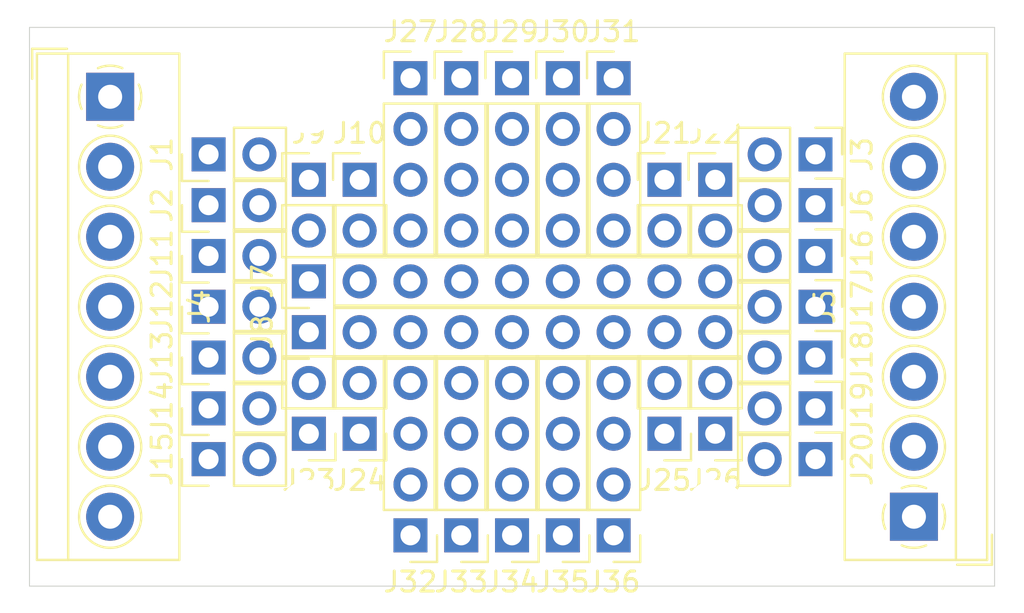
<source format=kicad_pcb>
(kicad_pcb (version 20171130) (host pcbnew 5.1.5-52549c5~86~ubuntu18.04.1)

  (general
    (thickness 1.6)
    (drawings 4)
    (tracks 0)
    (zones 0)
    (modules 40)
    (nets 35)
  )

  (page A4)
  (title_block
    (title "C06 BREAKOUT")
    (company Galopago)
  )

  (layers
    (0 F.Cu signal)
    (31 B.Cu signal)
    (32 B.Adhes user)
    (33 F.Adhes user)
    (34 B.Paste user)
    (35 F.Paste user)
    (36 B.SilkS user)
    (37 F.SilkS user)
    (38 B.Mask user)
    (39 F.Mask user)
    (40 Dwgs.User user)
    (41 Cmts.User user)
    (42 Eco1.User user)
    (43 Eco2.User user)
    (44 Edge.Cuts user)
    (45 Margin user)
    (46 B.CrtYd user)
    (47 F.CrtYd user)
    (48 B.Fab user)
    (49 F.Fab user)
  )

  (setup
    (last_trace_width 0.25)
    (trace_clearance 0.2)
    (zone_clearance 0.508)
    (zone_45_only no)
    (trace_min 0.2)
    (via_size 0.8)
    (via_drill 0.4)
    (via_min_size 0.4)
    (via_min_drill 0.3)
    (uvia_size 0.3)
    (uvia_drill 0.1)
    (uvias_allowed no)
    (uvia_min_size 0.2)
    (uvia_min_drill 0.1)
    (edge_width 0.05)
    (segment_width 0.2)
    (pcb_text_width 0.3)
    (pcb_text_size 1.5 1.5)
    (mod_edge_width 0.12)
    (mod_text_size 1 1)
    (mod_text_width 0.15)
    (pad_size 3 3)
    (pad_drill 3)
    (pad_to_mask_clearance 0.051)
    (solder_mask_min_width 0.25)
    (aux_axis_origin 0 0)
    (visible_elements FFFFFF7F)
    (pcbplotparams
      (layerselection 0x010fc_ffffffff)
      (usegerberextensions false)
      (usegerberattributes false)
      (usegerberadvancedattributes false)
      (creategerberjobfile false)
      (excludeedgelayer true)
      (linewidth 0.100000)
      (plotframeref false)
      (viasonmask false)
      (mode 1)
      (useauxorigin false)
      (hpglpennumber 1)
      (hpglpenspeed 20)
      (hpglpendiameter 15.000000)
      (psnegative false)
      (psa4output false)
      (plotreference true)
      (plotvalue true)
      (plotinvisibletext false)
      (padsonsilk false)
      (subtractmaskfromsilk false)
      (outputformat 1)
      (mirror false)
      (drillshape 1)
      (scaleselection 1)
      (outputdirectory ""))
  )

  (net 0 "")
  (net 1 "Net-(J5-Pad6)")
  (net 2 "Net-(J1-Pad1)")
  (net 3 "Net-(J2-Pad1)")
  (net 4 "Net-(J3-Pad1)")
  (net 5 "Net-(J7-Pad1)")
  (net 6 "Net-(J8-Pad1)")
  (net 7 "Net-(J9-Pad1)")
  (net 8 "Net-(J10-Pad1)")
  (net 9 "Net-(J11-Pad1)")
  (net 10 "Net-(J12-Pad1)")
  (net 11 "Net-(J13-Pad1)")
  (net 12 "Net-(J14-Pad1)")
  (net 13 "Net-(J15-Pad1)")
  (net 14 "Net-(J16-Pad1)")
  (net 15 "Net-(J17-Pad1)")
  (net 16 "Net-(J18-Pad1)")
  (net 17 "Net-(J19-Pad1)")
  (net 18 "Net-(J20-Pad1)")
  (net 19 "Net-(J21-Pad1)")
  (net 20 "Net-(J22-Pad1)")
  (net 21 "Net-(J23-Pad1)")
  (net 22 "Net-(J24-Pad1)")
  (net 23 "Net-(J25-Pad1)")
  (net 24 "Net-(J26-Pad1)")
  (net 25 "Net-(J27-Pad1)")
  (net 26 "Net-(J28-Pad1)")
  (net 27 "Net-(J29-Pad1)")
  (net 28 "Net-(J30-Pad1)")
  (net 29 "Net-(J31-Pad1)")
  (net 30 "Net-(J32-Pad1)")
  (net 31 "Net-(J33-Pad1)")
  (net 32 "Net-(J34-Pad1)")
  (net 33 "Net-(J35-Pad1)")
  (net 34 "Net-(J36-Pad1)")

  (net_class Default "This is the default net class."
    (clearance 0.2)
    (trace_width 0.25)
    (via_dia 0.8)
    (via_drill 0.4)
    (uvia_dia 0.3)
    (uvia_drill 0.1)
    (add_net "Net-(J1-Pad1)")
    (add_net "Net-(J10-Pad1)")
    (add_net "Net-(J11-Pad1)")
    (add_net "Net-(J12-Pad1)")
    (add_net "Net-(J13-Pad1)")
    (add_net "Net-(J14-Pad1)")
    (add_net "Net-(J15-Pad1)")
    (add_net "Net-(J16-Pad1)")
    (add_net "Net-(J17-Pad1)")
    (add_net "Net-(J18-Pad1)")
    (add_net "Net-(J19-Pad1)")
    (add_net "Net-(J2-Pad1)")
    (add_net "Net-(J20-Pad1)")
    (add_net "Net-(J21-Pad1)")
    (add_net "Net-(J22-Pad1)")
    (add_net "Net-(J23-Pad1)")
    (add_net "Net-(J24-Pad1)")
    (add_net "Net-(J25-Pad1)")
    (add_net "Net-(J26-Pad1)")
    (add_net "Net-(J27-Pad1)")
    (add_net "Net-(J28-Pad1)")
    (add_net "Net-(J29-Pad1)")
    (add_net "Net-(J3-Pad1)")
    (add_net "Net-(J30-Pad1)")
    (add_net "Net-(J31-Pad1)")
    (add_net "Net-(J32-Pad1)")
    (add_net "Net-(J33-Pad1)")
    (add_net "Net-(J34-Pad1)")
    (add_net "Net-(J35-Pad1)")
    (add_net "Net-(J36-Pad1)")
    (add_net "Net-(J5-Pad6)")
    (add_net "Net-(J7-Pad1)")
    (add_net "Net-(J8-Pad1)")
    (add_net "Net-(J9-Pad1)")
  )

  (module Connector_PinHeader_2.54mm:PinHeader_1x04_P2.54mm_Vertical (layer F.Cu) (tedit 59FED5CC) (tstamp 5F672F82)
    (at 49.21 45.4 180)
    (descr "Through hole straight pin header, 1x04, 2.54mm pitch, single row")
    (tags "Through hole pin header THT 1x04 2.54mm single row")
    (path /5F8C66C1)
    (fp_text reference J36 (at 0 -2.33) (layer F.SilkS)
      (effects (font (size 1 1) (thickness 0.15)))
    )
    (fp_text value Conn_01x04_Female (at 0 9.95) (layer F.Fab)
      (effects (font (size 1 1) (thickness 0.15)))
    )
    (fp_text user %R (at 0 3.81 90) (layer F.Fab)
      (effects (font (size 1 1) (thickness 0.15)))
    )
    (fp_line (start 1.8 -1.8) (end -1.8 -1.8) (layer F.CrtYd) (width 0.05))
    (fp_line (start 1.8 9.4) (end 1.8 -1.8) (layer F.CrtYd) (width 0.05))
    (fp_line (start -1.8 9.4) (end 1.8 9.4) (layer F.CrtYd) (width 0.05))
    (fp_line (start -1.8 -1.8) (end -1.8 9.4) (layer F.CrtYd) (width 0.05))
    (fp_line (start -1.33 -1.33) (end 0 -1.33) (layer F.SilkS) (width 0.12))
    (fp_line (start -1.33 0) (end -1.33 -1.33) (layer F.SilkS) (width 0.12))
    (fp_line (start -1.33 1.27) (end 1.33 1.27) (layer F.SilkS) (width 0.12))
    (fp_line (start 1.33 1.27) (end 1.33 8.95) (layer F.SilkS) (width 0.12))
    (fp_line (start -1.33 1.27) (end -1.33 8.95) (layer F.SilkS) (width 0.12))
    (fp_line (start -1.33 8.95) (end 1.33 8.95) (layer F.SilkS) (width 0.12))
    (fp_line (start -1.27 -0.635) (end -0.635 -1.27) (layer F.Fab) (width 0.1))
    (fp_line (start -1.27 8.89) (end -1.27 -0.635) (layer F.Fab) (width 0.1))
    (fp_line (start 1.27 8.89) (end -1.27 8.89) (layer F.Fab) (width 0.1))
    (fp_line (start 1.27 -1.27) (end 1.27 8.89) (layer F.Fab) (width 0.1))
    (fp_line (start -0.635 -1.27) (end 1.27 -1.27) (layer F.Fab) (width 0.1))
    (pad 4 thru_hole oval (at 0 7.62 180) (size 1.7 1.7) (drill 1) (layers *.Cu *.Mask)
      (net 34 "Net-(J36-Pad1)"))
    (pad 3 thru_hole oval (at 0 5.08 180) (size 1.7 1.7) (drill 1) (layers *.Cu *.Mask)
      (net 34 "Net-(J36-Pad1)"))
    (pad 2 thru_hole oval (at 0 2.54 180) (size 1.7 1.7) (drill 1) (layers *.Cu *.Mask)
      (net 34 "Net-(J36-Pad1)"))
    (pad 1 thru_hole rect (at 0 0 180) (size 1.7 1.7) (drill 1) (layers *.Cu *.Mask)
      (net 34 "Net-(J36-Pad1)"))
    (model ${KISYS3DMOD}/Connector_PinHeader_2.54mm.3dshapes/PinHeader_1x04_P2.54mm_Vertical.wrl
      (at (xyz 0 0 0))
      (scale (xyz 1 1 1))
      (rotate (xyz 0 0 0))
    )
  )

  (module Connector_PinHeader_2.54mm:PinHeader_1x04_P2.54mm_Vertical (layer F.Cu) (tedit 59FED5CC) (tstamp 5F672F6A)
    (at 46.67 45.4 180)
    (descr "Through hole straight pin header, 1x04, 2.54mm pitch, single row")
    (tags "Through hole pin header THT 1x04 2.54mm single row")
    (path /5F8BE50C)
    (fp_text reference J35 (at 0 -2.33) (layer F.SilkS)
      (effects (font (size 1 1) (thickness 0.15)))
    )
    (fp_text value Conn_01x04_Female (at 0 9.95) (layer F.Fab)
      (effects (font (size 1 1) (thickness 0.15)))
    )
    (fp_text user %R (at 0 3.81 90) (layer F.Fab)
      (effects (font (size 1 1) (thickness 0.15)))
    )
    (fp_line (start 1.8 -1.8) (end -1.8 -1.8) (layer F.CrtYd) (width 0.05))
    (fp_line (start 1.8 9.4) (end 1.8 -1.8) (layer F.CrtYd) (width 0.05))
    (fp_line (start -1.8 9.4) (end 1.8 9.4) (layer F.CrtYd) (width 0.05))
    (fp_line (start -1.8 -1.8) (end -1.8 9.4) (layer F.CrtYd) (width 0.05))
    (fp_line (start -1.33 -1.33) (end 0 -1.33) (layer F.SilkS) (width 0.12))
    (fp_line (start -1.33 0) (end -1.33 -1.33) (layer F.SilkS) (width 0.12))
    (fp_line (start -1.33 1.27) (end 1.33 1.27) (layer F.SilkS) (width 0.12))
    (fp_line (start 1.33 1.27) (end 1.33 8.95) (layer F.SilkS) (width 0.12))
    (fp_line (start -1.33 1.27) (end -1.33 8.95) (layer F.SilkS) (width 0.12))
    (fp_line (start -1.33 8.95) (end 1.33 8.95) (layer F.SilkS) (width 0.12))
    (fp_line (start -1.27 -0.635) (end -0.635 -1.27) (layer F.Fab) (width 0.1))
    (fp_line (start -1.27 8.89) (end -1.27 -0.635) (layer F.Fab) (width 0.1))
    (fp_line (start 1.27 8.89) (end -1.27 8.89) (layer F.Fab) (width 0.1))
    (fp_line (start 1.27 -1.27) (end 1.27 8.89) (layer F.Fab) (width 0.1))
    (fp_line (start -0.635 -1.27) (end 1.27 -1.27) (layer F.Fab) (width 0.1))
    (pad 4 thru_hole oval (at 0 7.62 180) (size 1.7 1.7) (drill 1) (layers *.Cu *.Mask)
      (net 33 "Net-(J35-Pad1)"))
    (pad 3 thru_hole oval (at 0 5.08 180) (size 1.7 1.7) (drill 1) (layers *.Cu *.Mask)
      (net 33 "Net-(J35-Pad1)"))
    (pad 2 thru_hole oval (at 0 2.54 180) (size 1.7 1.7) (drill 1) (layers *.Cu *.Mask)
      (net 33 "Net-(J35-Pad1)"))
    (pad 1 thru_hole rect (at 0 0 180) (size 1.7 1.7) (drill 1) (layers *.Cu *.Mask)
      (net 33 "Net-(J35-Pad1)"))
    (model ${KISYS3DMOD}/Connector_PinHeader_2.54mm.3dshapes/PinHeader_1x04_P2.54mm_Vertical.wrl
      (at (xyz 0 0 0))
      (scale (xyz 1 1 1))
      (rotate (xyz 0 0 0))
    )
  )

  (module Connector_PinHeader_2.54mm:PinHeader_1x04_P2.54mm_Vertical (layer F.Cu) (tedit 59FED5CC) (tstamp 5F672F52)
    (at 44.13 45.4 180)
    (descr "Through hole straight pin header, 1x04, 2.54mm pitch, single row")
    (tags "Through hole pin header THT 1x04 2.54mm single row")
    (path /5F8C50B1)
    (fp_text reference J34 (at 0 -2.33) (layer F.SilkS)
      (effects (font (size 1 1) (thickness 0.15)))
    )
    (fp_text value Conn_01x04_Female (at 0 9.95) (layer F.Fab)
      (effects (font (size 1 1) (thickness 0.15)))
    )
    (fp_text user %R (at 0 3.81 90) (layer F.Fab)
      (effects (font (size 1 1) (thickness 0.15)))
    )
    (fp_line (start 1.8 -1.8) (end -1.8 -1.8) (layer F.CrtYd) (width 0.05))
    (fp_line (start 1.8 9.4) (end 1.8 -1.8) (layer F.CrtYd) (width 0.05))
    (fp_line (start -1.8 9.4) (end 1.8 9.4) (layer F.CrtYd) (width 0.05))
    (fp_line (start -1.8 -1.8) (end -1.8 9.4) (layer F.CrtYd) (width 0.05))
    (fp_line (start -1.33 -1.33) (end 0 -1.33) (layer F.SilkS) (width 0.12))
    (fp_line (start -1.33 0) (end -1.33 -1.33) (layer F.SilkS) (width 0.12))
    (fp_line (start -1.33 1.27) (end 1.33 1.27) (layer F.SilkS) (width 0.12))
    (fp_line (start 1.33 1.27) (end 1.33 8.95) (layer F.SilkS) (width 0.12))
    (fp_line (start -1.33 1.27) (end -1.33 8.95) (layer F.SilkS) (width 0.12))
    (fp_line (start -1.33 8.95) (end 1.33 8.95) (layer F.SilkS) (width 0.12))
    (fp_line (start -1.27 -0.635) (end -0.635 -1.27) (layer F.Fab) (width 0.1))
    (fp_line (start -1.27 8.89) (end -1.27 -0.635) (layer F.Fab) (width 0.1))
    (fp_line (start 1.27 8.89) (end -1.27 8.89) (layer F.Fab) (width 0.1))
    (fp_line (start 1.27 -1.27) (end 1.27 8.89) (layer F.Fab) (width 0.1))
    (fp_line (start -0.635 -1.27) (end 1.27 -1.27) (layer F.Fab) (width 0.1))
    (pad 4 thru_hole oval (at 0 7.62 180) (size 1.7 1.7) (drill 1) (layers *.Cu *.Mask)
      (net 32 "Net-(J34-Pad1)"))
    (pad 3 thru_hole oval (at 0 5.08 180) (size 1.7 1.7) (drill 1) (layers *.Cu *.Mask)
      (net 32 "Net-(J34-Pad1)"))
    (pad 2 thru_hole oval (at 0 2.54 180) (size 1.7 1.7) (drill 1) (layers *.Cu *.Mask)
      (net 32 "Net-(J34-Pad1)"))
    (pad 1 thru_hole rect (at 0 0 180) (size 1.7 1.7) (drill 1) (layers *.Cu *.Mask)
      (net 32 "Net-(J34-Pad1)"))
    (model ${KISYS3DMOD}/Connector_PinHeader_2.54mm.3dshapes/PinHeader_1x04_P2.54mm_Vertical.wrl
      (at (xyz 0 0 0))
      (scale (xyz 1 1 1))
      (rotate (xyz 0 0 0))
    )
  )

  (module Connector_PinHeader_2.54mm:PinHeader_1x04_P2.54mm_Vertical (layer F.Cu) (tedit 59FED5CC) (tstamp 5F672F3A)
    (at 41.59 45.4 180)
    (descr "Through hole straight pin header, 1x04, 2.54mm pitch, single row")
    (tags "Through hole pin header THT 1x04 2.54mm single row")
    (path /5F8BD69C)
    (fp_text reference J33 (at 0 -2.33) (layer F.SilkS)
      (effects (font (size 1 1) (thickness 0.15)))
    )
    (fp_text value Conn_01x04_Female (at 0 9.95) (layer F.Fab)
      (effects (font (size 1 1) (thickness 0.15)))
    )
    (fp_text user %R (at 0 3.81 90) (layer F.Fab)
      (effects (font (size 1 1) (thickness 0.15)))
    )
    (fp_line (start 1.8 -1.8) (end -1.8 -1.8) (layer F.CrtYd) (width 0.05))
    (fp_line (start 1.8 9.4) (end 1.8 -1.8) (layer F.CrtYd) (width 0.05))
    (fp_line (start -1.8 9.4) (end 1.8 9.4) (layer F.CrtYd) (width 0.05))
    (fp_line (start -1.8 -1.8) (end -1.8 9.4) (layer F.CrtYd) (width 0.05))
    (fp_line (start -1.33 -1.33) (end 0 -1.33) (layer F.SilkS) (width 0.12))
    (fp_line (start -1.33 0) (end -1.33 -1.33) (layer F.SilkS) (width 0.12))
    (fp_line (start -1.33 1.27) (end 1.33 1.27) (layer F.SilkS) (width 0.12))
    (fp_line (start 1.33 1.27) (end 1.33 8.95) (layer F.SilkS) (width 0.12))
    (fp_line (start -1.33 1.27) (end -1.33 8.95) (layer F.SilkS) (width 0.12))
    (fp_line (start -1.33 8.95) (end 1.33 8.95) (layer F.SilkS) (width 0.12))
    (fp_line (start -1.27 -0.635) (end -0.635 -1.27) (layer F.Fab) (width 0.1))
    (fp_line (start -1.27 8.89) (end -1.27 -0.635) (layer F.Fab) (width 0.1))
    (fp_line (start 1.27 8.89) (end -1.27 8.89) (layer F.Fab) (width 0.1))
    (fp_line (start 1.27 -1.27) (end 1.27 8.89) (layer F.Fab) (width 0.1))
    (fp_line (start -0.635 -1.27) (end 1.27 -1.27) (layer F.Fab) (width 0.1))
    (pad 4 thru_hole oval (at 0 7.62 180) (size 1.7 1.7) (drill 1) (layers *.Cu *.Mask)
      (net 31 "Net-(J33-Pad1)"))
    (pad 3 thru_hole oval (at 0 5.08 180) (size 1.7 1.7) (drill 1) (layers *.Cu *.Mask)
      (net 31 "Net-(J33-Pad1)"))
    (pad 2 thru_hole oval (at 0 2.54 180) (size 1.7 1.7) (drill 1) (layers *.Cu *.Mask)
      (net 31 "Net-(J33-Pad1)"))
    (pad 1 thru_hole rect (at 0 0 180) (size 1.7 1.7) (drill 1) (layers *.Cu *.Mask)
      (net 31 "Net-(J33-Pad1)"))
    (model ${KISYS3DMOD}/Connector_PinHeader_2.54mm.3dshapes/PinHeader_1x04_P2.54mm_Vertical.wrl
      (at (xyz 0 0 0))
      (scale (xyz 1 1 1))
      (rotate (xyz 0 0 0))
    )
  )

  (module Connector_PinHeader_2.54mm:PinHeader_1x04_P2.54mm_Vertical (layer F.Cu) (tedit 59FED5CC) (tstamp 5F672F22)
    (at 39.05 45.4 180)
    (descr "Through hole straight pin header, 1x04, 2.54mm pitch, single row")
    (tags "Through hole pin header THT 1x04 2.54mm single row")
    (path /5F8C3CB3)
    (fp_text reference J32 (at 0 -2.33) (layer F.SilkS)
      (effects (font (size 1 1) (thickness 0.15)))
    )
    (fp_text value Conn_01x04_Female (at 0 9.95) (layer F.Fab)
      (effects (font (size 1 1) (thickness 0.15)))
    )
    (fp_text user %R (at 0 3.81 90) (layer F.Fab)
      (effects (font (size 1 1) (thickness 0.15)))
    )
    (fp_line (start 1.8 -1.8) (end -1.8 -1.8) (layer F.CrtYd) (width 0.05))
    (fp_line (start 1.8 9.4) (end 1.8 -1.8) (layer F.CrtYd) (width 0.05))
    (fp_line (start -1.8 9.4) (end 1.8 9.4) (layer F.CrtYd) (width 0.05))
    (fp_line (start -1.8 -1.8) (end -1.8 9.4) (layer F.CrtYd) (width 0.05))
    (fp_line (start -1.33 -1.33) (end 0 -1.33) (layer F.SilkS) (width 0.12))
    (fp_line (start -1.33 0) (end -1.33 -1.33) (layer F.SilkS) (width 0.12))
    (fp_line (start -1.33 1.27) (end 1.33 1.27) (layer F.SilkS) (width 0.12))
    (fp_line (start 1.33 1.27) (end 1.33 8.95) (layer F.SilkS) (width 0.12))
    (fp_line (start -1.33 1.27) (end -1.33 8.95) (layer F.SilkS) (width 0.12))
    (fp_line (start -1.33 8.95) (end 1.33 8.95) (layer F.SilkS) (width 0.12))
    (fp_line (start -1.27 -0.635) (end -0.635 -1.27) (layer F.Fab) (width 0.1))
    (fp_line (start -1.27 8.89) (end -1.27 -0.635) (layer F.Fab) (width 0.1))
    (fp_line (start 1.27 8.89) (end -1.27 8.89) (layer F.Fab) (width 0.1))
    (fp_line (start 1.27 -1.27) (end 1.27 8.89) (layer F.Fab) (width 0.1))
    (fp_line (start -0.635 -1.27) (end 1.27 -1.27) (layer F.Fab) (width 0.1))
    (pad 4 thru_hole oval (at 0 7.62 180) (size 1.7 1.7) (drill 1) (layers *.Cu *.Mask)
      (net 30 "Net-(J32-Pad1)"))
    (pad 3 thru_hole oval (at 0 5.08 180) (size 1.7 1.7) (drill 1) (layers *.Cu *.Mask)
      (net 30 "Net-(J32-Pad1)"))
    (pad 2 thru_hole oval (at 0 2.54 180) (size 1.7 1.7) (drill 1) (layers *.Cu *.Mask)
      (net 30 "Net-(J32-Pad1)"))
    (pad 1 thru_hole rect (at 0 0 180) (size 1.7 1.7) (drill 1) (layers *.Cu *.Mask)
      (net 30 "Net-(J32-Pad1)"))
    (model ${KISYS3DMOD}/Connector_PinHeader_2.54mm.3dshapes/PinHeader_1x04_P2.54mm_Vertical.wrl
      (at (xyz 0 0 0))
      (scale (xyz 1 1 1))
      (rotate (xyz 0 0 0))
    )
  )

  (module Connector_PinHeader_2.54mm:PinHeader_1x04_P2.54mm_Vertical (layer F.Cu) (tedit 59FED5CC) (tstamp 5F672F0A)
    (at 49.21 22.54)
    (descr "Through hole straight pin header, 1x04, 2.54mm pitch, single row")
    (tags "Through hole pin header THT 1x04 2.54mm single row")
    (path /5F8BC992)
    (fp_text reference J31 (at 0 -2.33) (layer F.SilkS)
      (effects (font (size 1 1) (thickness 0.15)))
    )
    (fp_text value Conn_01x04_Female (at 0 9.95) (layer F.Fab)
      (effects (font (size 1 1) (thickness 0.15)))
    )
    (fp_text user %R (at 0 3.81 90) (layer F.Fab)
      (effects (font (size 1 1) (thickness 0.15)))
    )
    (fp_line (start 1.8 -1.8) (end -1.8 -1.8) (layer F.CrtYd) (width 0.05))
    (fp_line (start 1.8 9.4) (end 1.8 -1.8) (layer F.CrtYd) (width 0.05))
    (fp_line (start -1.8 9.4) (end 1.8 9.4) (layer F.CrtYd) (width 0.05))
    (fp_line (start -1.8 -1.8) (end -1.8 9.4) (layer F.CrtYd) (width 0.05))
    (fp_line (start -1.33 -1.33) (end 0 -1.33) (layer F.SilkS) (width 0.12))
    (fp_line (start -1.33 0) (end -1.33 -1.33) (layer F.SilkS) (width 0.12))
    (fp_line (start -1.33 1.27) (end 1.33 1.27) (layer F.SilkS) (width 0.12))
    (fp_line (start 1.33 1.27) (end 1.33 8.95) (layer F.SilkS) (width 0.12))
    (fp_line (start -1.33 1.27) (end -1.33 8.95) (layer F.SilkS) (width 0.12))
    (fp_line (start -1.33 8.95) (end 1.33 8.95) (layer F.SilkS) (width 0.12))
    (fp_line (start -1.27 -0.635) (end -0.635 -1.27) (layer F.Fab) (width 0.1))
    (fp_line (start -1.27 8.89) (end -1.27 -0.635) (layer F.Fab) (width 0.1))
    (fp_line (start 1.27 8.89) (end -1.27 8.89) (layer F.Fab) (width 0.1))
    (fp_line (start 1.27 -1.27) (end 1.27 8.89) (layer F.Fab) (width 0.1))
    (fp_line (start -0.635 -1.27) (end 1.27 -1.27) (layer F.Fab) (width 0.1))
    (pad 4 thru_hole oval (at 0 7.62) (size 1.7 1.7) (drill 1) (layers *.Cu *.Mask)
      (net 29 "Net-(J31-Pad1)"))
    (pad 3 thru_hole oval (at 0 5.08) (size 1.7 1.7) (drill 1) (layers *.Cu *.Mask)
      (net 29 "Net-(J31-Pad1)"))
    (pad 2 thru_hole oval (at 0 2.54) (size 1.7 1.7) (drill 1) (layers *.Cu *.Mask)
      (net 29 "Net-(J31-Pad1)"))
    (pad 1 thru_hole rect (at 0 0) (size 1.7 1.7) (drill 1) (layers *.Cu *.Mask)
      (net 29 "Net-(J31-Pad1)"))
    (model ${KISYS3DMOD}/Connector_PinHeader_2.54mm.3dshapes/PinHeader_1x04_P2.54mm_Vertical.wrl
      (at (xyz 0 0 0))
      (scale (xyz 1 1 1))
      (rotate (xyz 0 0 0))
    )
  )

  (module Connector_PinHeader_2.54mm:PinHeader_1x04_P2.54mm_Vertical (layer F.Cu) (tedit 59FED5CC) (tstamp 5F672EF2)
    (at 46.67 22.54)
    (descr "Through hole straight pin header, 1x04, 2.54mm pitch, single row")
    (tags "Through hole pin header THT 1x04 2.54mm single row")
    (path /5F8C318F)
    (fp_text reference J30 (at 0 -2.33) (layer F.SilkS)
      (effects (font (size 1 1) (thickness 0.15)))
    )
    (fp_text value Conn_01x04_Female (at 0 9.95) (layer F.Fab)
      (effects (font (size 1 1) (thickness 0.15)))
    )
    (fp_text user %R (at 0 3.81 90) (layer F.Fab)
      (effects (font (size 1 1) (thickness 0.15)))
    )
    (fp_line (start 1.8 -1.8) (end -1.8 -1.8) (layer F.CrtYd) (width 0.05))
    (fp_line (start 1.8 9.4) (end 1.8 -1.8) (layer F.CrtYd) (width 0.05))
    (fp_line (start -1.8 9.4) (end 1.8 9.4) (layer F.CrtYd) (width 0.05))
    (fp_line (start -1.8 -1.8) (end -1.8 9.4) (layer F.CrtYd) (width 0.05))
    (fp_line (start -1.33 -1.33) (end 0 -1.33) (layer F.SilkS) (width 0.12))
    (fp_line (start -1.33 0) (end -1.33 -1.33) (layer F.SilkS) (width 0.12))
    (fp_line (start -1.33 1.27) (end 1.33 1.27) (layer F.SilkS) (width 0.12))
    (fp_line (start 1.33 1.27) (end 1.33 8.95) (layer F.SilkS) (width 0.12))
    (fp_line (start -1.33 1.27) (end -1.33 8.95) (layer F.SilkS) (width 0.12))
    (fp_line (start -1.33 8.95) (end 1.33 8.95) (layer F.SilkS) (width 0.12))
    (fp_line (start -1.27 -0.635) (end -0.635 -1.27) (layer F.Fab) (width 0.1))
    (fp_line (start -1.27 8.89) (end -1.27 -0.635) (layer F.Fab) (width 0.1))
    (fp_line (start 1.27 8.89) (end -1.27 8.89) (layer F.Fab) (width 0.1))
    (fp_line (start 1.27 -1.27) (end 1.27 8.89) (layer F.Fab) (width 0.1))
    (fp_line (start -0.635 -1.27) (end 1.27 -1.27) (layer F.Fab) (width 0.1))
    (pad 4 thru_hole oval (at 0 7.62) (size 1.7 1.7) (drill 1) (layers *.Cu *.Mask)
      (net 28 "Net-(J30-Pad1)"))
    (pad 3 thru_hole oval (at 0 5.08) (size 1.7 1.7) (drill 1) (layers *.Cu *.Mask)
      (net 28 "Net-(J30-Pad1)"))
    (pad 2 thru_hole oval (at 0 2.54) (size 1.7 1.7) (drill 1) (layers *.Cu *.Mask)
      (net 28 "Net-(J30-Pad1)"))
    (pad 1 thru_hole rect (at 0 0) (size 1.7 1.7) (drill 1) (layers *.Cu *.Mask)
      (net 28 "Net-(J30-Pad1)"))
    (model ${KISYS3DMOD}/Connector_PinHeader_2.54mm.3dshapes/PinHeader_1x04_P2.54mm_Vertical.wrl
      (at (xyz 0 0 0))
      (scale (xyz 1 1 1))
      (rotate (xyz 0 0 0))
    )
  )

  (module Connector_PinHeader_2.54mm:PinHeader_1x04_P2.54mm_Vertical (layer F.Cu) (tedit 59FED5CC) (tstamp 5F672EDA)
    (at 44.13 22.54)
    (descr "Through hole straight pin header, 1x04, 2.54mm pitch, single row")
    (tags "Through hole pin header THT 1x04 2.54mm single row")
    (path /5F8BAF74)
    (fp_text reference J29 (at 0 -2.33) (layer F.SilkS)
      (effects (font (size 1 1) (thickness 0.15)))
    )
    (fp_text value Conn_01x04_Female (at 0 9.95) (layer F.Fab)
      (effects (font (size 1 1) (thickness 0.15)))
    )
    (fp_text user %R (at 0 3.81 90) (layer F.Fab)
      (effects (font (size 1 1) (thickness 0.15)))
    )
    (fp_line (start 1.8 -1.8) (end -1.8 -1.8) (layer F.CrtYd) (width 0.05))
    (fp_line (start 1.8 9.4) (end 1.8 -1.8) (layer F.CrtYd) (width 0.05))
    (fp_line (start -1.8 9.4) (end 1.8 9.4) (layer F.CrtYd) (width 0.05))
    (fp_line (start -1.8 -1.8) (end -1.8 9.4) (layer F.CrtYd) (width 0.05))
    (fp_line (start -1.33 -1.33) (end 0 -1.33) (layer F.SilkS) (width 0.12))
    (fp_line (start -1.33 0) (end -1.33 -1.33) (layer F.SilkS) (width 0.12))
    (fp_line (start -1.33 1.27) (end 1.33 1.27) (layer F.SilkS) (width 0.12))
    (fp_line (start 1.33 1.27) (end 1.33 8.95) (layer F.SilkS) (width 0.12))
    (fp_line (start -1.33 1.27) (end -1.33 8.95) (layer F.SilkS) (width 0.12))
    (fp_line (start -1.33 8.95) (end 1.33 8.95) (layer F.SilkS) (width 0.12))
    (fp_line (start -1.27 -0.635) (end -0.635 -1.27) (layer F.Fab) (width 0.1))
    (fp_line (start -1.27 8.89) (end -1.27 -0.635) (layer F.Fab) (width 0.1))
    (fp_line (start 1.27 8.89) (end -1.27 8.89) (layer F.Fab) (width 0.1))
    (fp_line (start 1.27 -1.27) (end 1.27 8.89) (layer F.Fab) (width 0.1))
    (fp_line (start -0.635 -1.27) (end 1.27 -1.27) (layer F.Fab) (width 0.1))
    (pad 4 thru_hole oval (at 0 7.62) (size 1.7 1.7) (drill 1) (layers *.Cu *.Mask)
      (net 27 "Net-(J29-Pad1)"))
    (pad 3 thru_hole oval (at 0 5.08) (size 1.7 1.7) (drill 1) (layers *.Cu *.Mask)
      (net 27 "Net-(J29-Pad1)"))
    (pad 2 thru_hole oval (at 0 2.54) (size 1.7 1.7) (drill 1) (layers *.Cu *.Mask)
      (net 27 "Net-(J29-Pad1)"))
    (pad 1 thru_hole rect (at 0 0) (size 1.7 1.7) (drill 1) (layers *.Cu *.Mask)
      (net 27 "Net-(J29-Pad1)"))
    (model ${KISYS3DMOD}/Connector_PinHeader_2.54mm.3dshapes/PinHeader_1x04_P2.54mm_Vertical.wrl
      (at (xyz 0 0 0))
      (scale (xyz 1 1 1))
      (rotate (xyz 0 0 0))
    )
  )

  (module Connector_PinHeader_2.54mm:PinHeader_1x04_P2.54mm_Vertical (layer F.Cu) (tedit 59FED5CC) (tstamp 5F672EC2)
    (at 41.59 22.54)
    (descr "Through hole straight pin header, 1x04, 2.54mm pitch, single row")
    (tags "Through hole pin header THT 1x04 2.54mm single row")
    (path /5F8BA934)
    (fp_text reference J28 (at 0 -2.33) (layer F.SilkS)
      (effects (font (size 1 1) (thickness 0.15)))
    )
    (fp_text value Conn_01x04_Female (at 0 9.95) (layer F.Fab)
      (effects (font (size 1 1) (thickness 0.15)))
    )
    (fp_text user %R (at 0 3.81 90) (layer F.Fab)
      (effects (font (size 1 1) (thickness 0.15)))
    )
    (fp_line (start 1.8 -1.8) (end -1.8 -1.8) (layer F.CrtYd) (width 0.05))
    (fp_line (start 1.8 9.4) (end 1.8 -1.8) (layer F.CrtYd) (width 0.05))
    (fp_line (start -1.8 9.4) (end 1.8 9.4) (layer F.CrtYd) (width 0.05))
    (fp_line (start -1.8 -1.8) (end -1.8 9.4) (layer F.CrtYd) (width 0.05))
    (fp_line (start -1.33 -1.33) (end 0 -1.33) (layer F.SilkS) (width 0.12))
    (fp_line (start -1.33 0) (end -1.33 -1.33) (layer F.SilkS) (width 0.12))
    (fp_line (start -1.33 1.27) (end 1.33 1.27) (layer F.SilkS) (width 0.12))
    (fp_line (start 1.33 1.27) (end 1.33 8.95) (layer F.SilkS) (width 0.12))
    (fp_line (start -1.33 1.27) (end -1.33 8.95) (layer F.SilkS) (width 0.12))
    (fp_line (start -1.33 8.95) (end 1.33 8.95) (layer F.SilkS) (width 0.12))
    (fp_line (start -1.27 -0.635) (end -0.635 -1.27) (layer F.Fab) (width 0.1))
    (fp_line (start -1.27 8.89) (end -1.27 -0.635) (layer F.Fab) (width 0.1))
    (fp_line (start 1.27 8.89) (end -1.27 8.89) (layer F.Fab) (width 0.1))
    (fp_line (start 1.27 -1.27) (end 1.27 8.89) (layer F.Fab) (width 0.1))
    (fp_line (start -0.635 -1.27) (end 1.27 -1.27) (layer F.Fab) (width 0.1))
    (pad 4 thru_hole oval (at 0 7.62) (size 1.7 1.7) (drill 1) (layers *.Cu *.Mask)
      (net 26 "Net-(J28-Pad1)"))
    (pad 3 thru_hole oval (at 0 5.08) (size 1.7 1.7) (drill 1) (layers *.Cu *.Mask)
      (net 26 "Net-(J28-Pad1)"))
    (pad 2 thru_hole oval (at 0 2.54) (size 1.7 1.7) (drill 1) (layers *.Cu *.Mask)
      (net 26 "Net-(J28-Pad1)"))
    (pad 1 thru_hole rect (at 0 0) (size 1.7 1.7) (drill 1) (layers *.Cu *.Mask)
      (net 26 "Net-(J28-Pad1)"))
    (model ${KISYS3DMOD}/Connector_PinHeader_2.54mm.3dshapes/PinHeader_1x04_P2.54mm_Vertical.wrl
      (at (xyz 0 0 0))
      (scale (xyz 1 1 1))
      (rotate (xyz 0 0 0))
    )
  )

  (module Connector_PinHeader_2.54mm:PinHeader_1x04_P2.54mm_Vertical (layer F.Cu) (tedit 59FED5CC) (tstamp 5F672EAA)
    (at 39.05 22.54)
    (descr "Through hole straight pin header, 1x04, 2.54mm pitch, single row")
    (tags "Through hole pin header THT 1x04 2.54mm single row")
    (path /5F8BF91E)
    (fp_text reference J27 (at 0 -2.33) (layer F.SilkS)
      (effects (font (size 1 1) (thickness 0.15)))
    )
    (fp_text value Conn_01x04_Female (at 0 9.95) (layer F.Fab)
      (effects (font (size 1 1) (thickness 0.15)))
    )
    (fp_text user %R (at 0 3.81 90) (layer F.Fab)
      (effects (font (size 1 1) (thickness 0.15)))
    )
    (fp_line (start 1.8 -1.8) (end -1.8 -1.8) (layer F.CrtYd) (width 0.05))
    (fp_line (start 1.8 9.4) (end 1.8 -1.8) (layer F.CrtYd) (width 0.05))
    (fp_line (start -1.8 9.4) (end 1.8 9.4) (layer F.CrtYd) (width 0.05))
    (fp_line (start -1.8 -1.8) (end -1.8 9.4) (layer F.CrtYd) (width 0.05))
    (fp_line (start -1.33 -1.33) (end 0 -1.33) (layer F.SilkS) (width 0.12))
    (fp_line (start -1.33 0) (end -1.33 -1.33) (layer F.SilkS) (width 0.12))
    (fp_line (start -1.33 1.27) (end 1.33 1.27) (layer F.SilkS) (width 0.12))
    (fp_line (start 1.33 1.27) (end 1.33 8.95) (layer F.SilkS) (width 0.12))
    (fp_line (start -1.33 1.27) (end -1.33 8.95) (layer F.SilkS) (width 0.12))
    (fp_line (start -1.33 8.95) (end 1.33 8.95) (layer F.SilkS) (width 0.12))
    (fp_line (start -1.27 -0.635) (end -0.635 -1.27) (layer F.Fab) (width 0.1))
    (fp_line (start -1.27 8.89) (end -1.27 -0.635) (layer F.Fab) (width 0.1))
    (fp_line (start 1.27 8.89) (end -1.27 8.89) (layer F.Fab) (width 0.1))
    (fp_line (start 1.27 -1.27) (end 1.27 8.89) (layer F.Fab) (width 0.1))
    (fp_line (start -0.635 -1.27) (end 1.27 -1.27) (layer F.Fab) (width 0.1))
    (pad 4 thru_hole oval (at 0 7.62) (size 1.7 1.7) (drill 1) (layers *.Cu *.Mask)
      (net 25 "Net-(J27-Pad1)"))
    (pad 3 thru_hole oval (at 0 5.08) (size 1.7 1.7) (drill 1) (layers *.Cu *.Mask)
      (net 25 "Net-(J27-Pad1)"))
    (pad 2 thru_hole oval (at 0 2.54) (size 1.7 1.7) (drill 1) (layers *.Cu *.Mask)
      (net 25 "Net-(J27-Pad1)"))
    (pad 1 thru_hole rect (at 0 0) (size 1.7 1.7) (drill 1) (layers *.Cu *.Mask)
      (net 25 "Net-(J27-Pad1)"))
    (model ${KISYS3DMOD}/Connector_PinHeader_2.54mm.3dshapes/PinHeader_1x04_P2.54mm_Vertical.wrl
      (at (xyz 0 0 0))
      (scale (xyz 1 1 1))
      (rotate (xyz 0 0 0))
    )
  )

  (module Connector_PinHeader_2.54mm:PinHeader_1x02_P2.54mm_Vertical (layer F.Cu) (tedit 59FED5CC) (tstamp 5F671176)
    (at 54.29 40.32 180)
    (descr "Through hole straight pin header, 1x02, 2.54mm pitch, single row")
    (tags "Through hole pin header THT 1x02 2.54mm single row")
    (path /5F820530)
    (fp_text reference J26 (at 0 -2.33) (layer F.SilkS)
      (effects (font (size 1 1) (thickness 0.15)))
    )
    (fp_text value Conn_01x02_Female (at 0 4.87) (layer F.Fab)
      (effects (font (size 1 1) (thickness 0.15)))
    )
    (fp_text user %R (at 0 1.27 90) (layer F.Fab)
      (effects (font (size 1 1) (thickness 0.15)))
    )
    (fp_line (start 1.8 -1.8) (end -1.8 -1.8) (layer F.CrtYd) (width 0.05))
    (fp_line (start 1.8 4.35) (end 1.8 -1.8) (layer F.CrtYd) (width 0.05))
    (fp_line (start -1.8 4.35) (end 1.8 4.35) (layer F.CrtYd) (width 0.05))
    (fp_line (start -1.8 -1.8) (end -1.8 4.35) (layer F.CrtYd) (width 0.05))
    (fp_line (start -1.33 -1.33) (end 0 -1.33) (layer F.SilkS) (width 0.12))
    (fp_line (start -1.33 0) (end -1.33 -1.33) (layer F.SilkS) (width 0.12))
    (fp_line (start -1.33 1.27) (end 1.33 1.27) (layer F.SilkS) (width 0.12))
    (fp_line (start 1.33 1.27) (end 1.33 3.87) (layer F.SilkS) (width 0.12))
    (fp_line (start -1.33 1.27) (end -1.33 3.87) (layer F.SilkS) (width 0.12))
    (fp_line (start -1.33 3.87) (end 1.33 3.87) (layer F.SilkS) (width 0.12))
    (fp_line (start -1.27 -0.635) (end -0.635 -1.27) (layer F.Fab) (width 0.1))
    (fp_line (start -1.27 3.81) (end -1.27 -0.635) (layer F.Fab) (width 0.1))
    (fp_line (start 1.27 3.81) (end -1.27 3.81) (layer F.Fab) (width 0.1))
    (fp_line (start 1.27 -1.27) (end 1.27 3.81) (layer F.Fab) (width 0.1))
    (fp_line (start -0.635 -1.27) (end 1.27 -1.27) (layer F.Fab) (width 0.1))
    (pad 2 thru_hole oval (at 0 2.54 180) (size 1.7 1.7) (drill 1) (layers *.Cu *.Mask)
      (net 24 "Net-(J26-Pad1)"))
    (pad 1 thru_hole rect (at 0 0 180) (size 1.7 1.7) (drill 1) (layers *.Cu *.Mask)
      (net 24 "Net-(J26-Pad1)"))
    (model ${KISYS3DMOD}/Connector_PinHeader_2.54mm.3dshapes/PinHeader_1x02_P2.54mm_Vertical.wrl
      (at (xyz 0 0 0))
      (scale (xyz 1 1 1))
      (rotate (xyz 0 0 0))
    )
  )

  (module Connector_PinHeader_2.54mm:PinHeader_1x02_P2.54mm_Vertical (layer F.Cu) (tedit 59FED5CC) (tstamp 5F671160)
    (at 51.75 40.32 180)
    (descr "Through hole straight pin header, 1x02, 2.54mm pitch, single row")
    (tags "Through hole pin header THT 1x02 2.54mm single row")
    (path /5F81F1B0)
    (fp_text reference J25 (at 0 -2.33) (layer F.SilkS)
      (effects (font (size 1 1) (thickness 0.15)))
    )
    (fp_text value Conn_01x02_Female (at 0 4.87) (layer F.Fab)
      (effects (font (size 1 1) (thickness 0.15)))
    )
    (fp_text user %R (at 0 1.27 90) (layer F.Fab)
      (effects (font (size 1 1) (thickness 0.15)))
    )
    (fp_line (start 1.8 -1.8) (end -1.8 -1.8) (layer F.CrtYd) (width 0.05))
    (fp_line (start 1.8 4.35) (end 1.8 -1.8) (layer F.CrtYd) (width 0.05))
    (fp_line (start -1.8 4.35) (end 1.8 4.35) (layer F.CrtYd) (width 0.05))
    (fp_line (start -1.8 -1.8) (end -1.8 4.35) (layer F.CrtYd) (width 0.05))
    (fp_line (start -1.33 -1.33) (end 0 -1.33) (layer F.SilkS) (width 0.12))
    (fp_line (start -1.33 0) (end -1.33 -1.33) (layer F.SilkS) (width 0.12))
    (fp_line (start -1.33 1.27) (end 1.33 1.27) (layer F.SilkS) (width 0.12))
    (fp_line (start 1.33 1.27) (end 1.33 3.87) (layer F.SilkS) (width 0.12))
    (fp_line (start -1.33 1.27) (end -1.33 3.87) (layer F.SilkS) (width 0.12))
    (fp_line (start -1.33 3.87) (end 1.33 3.87) (layer F.SilkS) (width 0.12))
    (fp_line (start -1.27 -0.635) (end -0.635 -1.27) (layer F.Fab) (width 0.1))
    (fp_line (start -1.27 3.81) (end -1.27 -0.635) (layer F.Fab) (width 0.1))
    (fp_line (start 1.27 3.81) (end -1.27 3.81) (layer F.Fab) (width 0.1))
    (fp_line (start 1.27 -1.27) (end 1.27 3.81) (layer F.Fab) (width 0.1))
    (fp_line (start -0.635 -1.27) (end 1.27 -1.27) (layer F.Fab) (width 0.1))
    (pad 2 thru_hole oval (at 0 2.54 180) (size 1.7 1.7) (drill 1) (layers *.Cu *.Mask)
      (net 23 "Net-(J25-Pad1)"))
    (pad 1 thru_hole rect (at 0 0 180) (size 1.7 1.7) (drill 1) (layers *.Cu *.Mask)
      (net 23 "Net-(J25-Pad1)"))
    (model ${KISYS3DMOD}/Connector_PinHeader_2.54mm.3dshapes/PinHeader_1x02_P2.54mm_Vertical.wrl
      (at (xyz 0 0 0))
      (scale (xyz 1 1 1))
      (rotate (xyz 0 0 0))
    )
  )

  (module Connector_PinHeader_2.54mm:PinHeader_1x02_P2.54mm_Vertical (layer F.Cu) (tedit 59FED5CC) (tstamp 5F67114A)
    (at 36.51 40.32 180)
    (descr "Through hole straight pin header, 1x02, 2.54mm pitch, single row")
    (tags "Through hole pin header THT 1x02 2.54mm single row")
    (path /5F824CE6)
    (fp_text reference J24 (at 0 -2.33) (layer F.SilkS)
      (effects (font (size 1 1) (thickness 0.15)))
    )
    (fp_text value Conn_01x02_Female (at 0 4.87) (layer F.Fab)
      (effects (font (size 1 1) (thickness 0.15)))
    )
    (fp_text user %R (at 0 1.27 90) (layer F.Fab)
      (effects (font (size 1 1) (thickness 0.15)))
    )
    (fp_line (start 1.8 -1.8) (end -1.8 -1.8) (layer F.CrtYd) (width 0.05))
    (fp_line (start 1.8 4.35) (end 1.8 -1.8) (layer F.CrtYd) (width 0.05))
    (fp_line (start -1.8 4.35) (end 1.8 4.35) (layer F.CrtYd) (width 0.05))
    (fp_line (start -1.8 -1.8) (end -1.8 4.35) (layer F.CrtYd) (width 0.05))
    (fp_line (start -1.33 -1.33) (end 0 -1.33) (layer F.SilkS) (width 0.12))
    (fp_line (start -1.33 0) (end -1.33 -1.33) (layer F.SilkS) (width 0.12))
    (fp_line (start -1.33 1.27) (end 1.33 1.27) (layer F.SilkS) (width 0.12))
    (fp_line (start 1.33 1.27) (end 1.33 3.87) (layer F.SilkS) (width 0.12))
    (fp_line (start -1.33 1.27) (end -1.33 3.87) (layer F.SilkS) (width 0.12))
    (fp_line (start -1.33 3.87) (end 1.33 3.87) (layer F.SilkS) (width 0.12))
    (fp_line (start -1.27 -0.635) (end -0.635 -1.27) (layer F.Fab) (width 0.1))
    (fp_line (start -1.27 3.81) (end -1.27 -0.635) (layer F.Fab) (width 0.1))
    (fp_line (start 1.27 3.81) (end -1.27 3.81) (layer F.Fab) (width 0.1))
    (fp_line (start 1.27 -1.27) (end 1.27 3.81) (layer F.Fab) (width 0.1))
    (fp_line (start -0.635 -1.27) (end 1.27 -1.27) (layer F.Fab) (width 0.1))
    (pad 2 thru_hole oval (at 0 2.54 180) (size 1.7 1.7) (drill 1) (layers *.Cu *.Mask)
      (net 22 "Net-(J24-Pad1)"))
    (pad 1 thru_hole rect (at 0 0 180) (size 1.7 1.7) (drill 1) (layers *.Cu *.Mask)
      (net 22 "Net-(J24-Pad1)"))
    (model ${KISYS3DMOD}/Connector_PinHeader_2.54mm.3dshapes/PinHeader_1x02_P2.54mm_Vertical.wrl
      (at (xyz 0 0 0))
      (scale (xyz 1 1 1))
      (rotate (xyz 0 0 0))
    )
  )

  (module Connector_PinHeader_2.54mm:PinHeader_1x02_P2.54mm_Vertical (layer F.Cu) (tedit 59FED5CC) (tstamp 5F671134)
    (at 33.97 40.32 180)
    (descr "Through hole straight pin header, 1x02, 2.54mm pitch, single row")
    (tags "Through hole pin header THT 1x02 2.54mm single row")
    (path /5F823D05)
    (fp_text reference J23 (at 0 -2.33) (layer F.SilkS)
      (effects (font (size 1 1) (thickness 0.15)))
    )
    (fp_text value Conn_01x02_Female (at 0 4.87) (layer F.Fab)
      (effects (font (size 1 1) (thickness 0.15)))
    )
    (fp_text user %R (at 0 1.27 90) (layer F.Fab)
      (effects (font (size 1 1) (thickness 0.15)))
    )
    (fp_line (start 1.8 -1.8) (end -1.8 -1.8) (layer F.CrtYd) (width 0.05))
    (fp_line (start 1.8 4.35) (end 1.8 -1.8) (layer F.CrtYd) (width 0.05))
    (fp_line (start -1.8 4.35) (end 1.8 4.35) (layer F.CrtYd) (width 0.05))
    (fp_line (start -1.8 -1.8) (end -1.8 4.35) (layer F.CrtYd) (width 0.05))
    (fp_line (start -1.33 -1.33) (end 0 -1.33) (layer F.SilkS) (width 0.12))
    (fp_line (start -1.33 0) (end -1.33 -1.33) (layer F.SilkS) (width 0.12))
    (fp_line (start -1.33 1.27) (end 1.33 1.27) (layer F.SilkS) (width 0.12))
    (fp_line (start 1.33 1.27) (end 1.33 3.87) (layer F.SilkS) (width 0.12))
    (fp_line (start -1.33 1.27) (end -1.33 3.87) (layer F.SilkS) (width 0.12))
    (fp_line (start -1.33 3.87) (end 1.33 3.87) (layer F.SilkS) (width 0.12))
    (fp_line (start -1.27 -0.635) (end -0.635 -1.27) (layer F.Fab) (width 0.1))
    (fp_line (start -1.27 3.81) (end -1.27 -0.635) (layer F.Fab) (width 0.1))
    (fp_line (start 1.27 3.81) (end -1.27 3.81) (layer F.Fab) (width 0.1))
    (fp_line (start 1.27 -1.27) (end 1.27 3.81) (layer F.Fab) (width 0.1))
    (fp_line (start -0.635 -1.27) (end 1.27 -1.27) (layer F.Fab) (width 0.1))
    (pad 2 thru_hole oval (at 0 2.54 180) (size 1.7 1.7) (drill 1) (layers *.Cu *.Mask)
      (net 21 "Net-(J23-Pad1)"))
    (pad 1 thru_hole rect (at 0 0 180) (size 1.7 1.7) (drill 1) (layers *.Cu *.Mask)
      (net 21 "Net-(J23-Pad1)"))
    (model ${KISYS3DMOD}/Connector_PinHeader_2.54mm.3dshapes/PinHeader_1x02_P2.54mm_Vertical.wrl
      (at (xyz 0 0 0))
      (scale (xyz 1 1 1))
      (rotate (xyz 0 0 0))
    )
  )

  (module Connector_PinHeader_2.54mm:PinHeader_1x02_P2.54mm_Vertical (layer F.Cu) (tedit 59FED5CC) (tstamp 5F67111E)
    (at 54.29 27.62)
    (descr "Through hole straight pin header, 1x02, 2.54mm pitch, single row")
    (tags "Through hole pin header THT 1x02 2.54mm single row")
    (path /5F81DE21)
    (fp_text reference J22 (at 0 -2.33) (layer F.SilkS)
      (effects (font (size 1 1) (thickness 0.15)))
    )
    (fp_text value Conn_01x02_Female (at 0 4.87) (layer F.Fab)
      (effects (font (size 1 1) (thickness 0.15)))
    )
    (fp_text user %R (at 0 1.27 90) (layer F.Fab)
      (effects (font (size 1 1) (thickness 0.15)))
    )
    (fp_line (start 1.8 -1.8) (end -1.8 -1.8) (layer F.CrtYd) (width 0.05))
    (fp_line (start 1.8 4.35) (end 1.8 -1.8) (layer F.CrtYd) (width 0.05))
    (fp_line (start -1.8 4.35) (end 1.8 4.35) (layer F.CrtYd) (width 0.05))
    (fp_line (start -1.8 -1.8) (end -1.8 4.35) (layer F.CrtYd) (width 0.05))
    (fp_line (start -1.33 -1.33) (end 0 -1.33) (layer F.SilkS) (width 0.12))
    (fp_line (start -1.33 0) (end -1.33 -1.33) (layer F.SilkS) (width 0.12))
    (fp_line (start -1.33 1.27) (end 1.33 1.27) (layer F.SilkS) (width 0.12))
    (fp_line (start 1.33 1.27) (end 1.33 3.87) (layer F.SilkS) (width 0.12))
    (fp_line (start -1.33 1.27) (end -1.33 3.87) (layer F.SilkS) (width 0.12))
    (fp_line (start -1.33 3.87) (end 1.33 3.87) (layer F.SilkS) (width 0.12))
    (fp_line (start -1.27 -0.635) (end -0.635 -1.27) (layer F.Fab) (width 0.1))
    (fp_line (start -1.27 3.81) (end -1.27 -0.635) (layer F.Fab) (width 0.1))
    (fp_line (start 1.27 3.81) (end -1.27 3.81) (layer F.Fab) (width 0.1))
    (fp_line (start 1.27 -1.27) (end 1.27 3.81) (layer F.Fab) (width 0.1))
    (fp_line (start -0.635 -1.27) (end 1.27 -1.27) (layer F.Fab) (width 0.1))
    (pad 2 thru_hole oval (at 0 2.54) (size 1.7 1.7) (drill 1) (layers *.Cu *.Mask)
      (net 20 "Net-(J22-Pad1)"))
    (pad 1 thru_hole rect (at 0 0) (size 1.7 1.7) (drill 1) (layers *.Cu *.Mask)
      (net 20 "Net-(J22-Pad1)"))
    (model ${KISYS3DMOD}/Connector_PinHeader_2.54mm.3dshapes/PinHeader_1x02_P2.54mm_Vertical.wrl
      (at (xyz 0 0 0))
      (scale (xyz 1 1 1))
      (rotate (xyz 0 0 0))
    )
  )

  (module Connector_PinHeader_2.54mm:PinHeader_1x02_P2.54mm_Vertical (layer F.Cu) (tedit 59FED5CC) (tstamp 5F671108)
    (at 51.75 27.62)
    (descr "Through hole straight pin header, 1x02, 2.54mm pitch, single row")
    (tags "Through hole pin header THT 1x02 2.54mm single row")
    (path /5F81D3FD)
    (fp_text reference J21 (at 0 -2.33) (layer F.SilkS)
      (effects (font (size 1 1) (thickness 0.15)))
    )
    (fp_text value Conn_01x02_Female (at 0 4.87) (layer F.Fab)
      (effects (font (size 1 1) (thickness 0.15)))
    )
    (fp_text user %R (at 0 1.27 90) (layer F.Fab)
      (effects (font (size 1 1) (thickness 0.15)))
    )
    (fp_line (start 1.8 -1.8) (end -1.8 -1.8) (layer F.CrtYd) (width 0.05))
    (fp_line (start 1.8 4.35) (end 1.8 -1.8) (layer F.CrtYd) (width 0.05))
    (fp_line (start -1.8 4.35) (end 1.8 4.35) (layer F.CrtYd) (width 0.05))
    (fp_line (start -1.8 -1.8) (end -1.8 4.35) (layer F.CrtYd) (width 0.05))
    (fp_line (start -1.33 -1.33) (end 0 -1.33) (layer F.SilkS) (width 0.12))
    (fp_line (start -1.33 0) (end -1.33 -1.33) (layer F.SilkS) (width 0.12))
    (fp_line (start -1.33 1.27) (end 1.33 1.27) (layer F.SilkS) (width 0.12))
    (fp_line (start 1.33 1.27) (end 1.33 3.87) (layer F.SilkS) (width 0.12))
    (fp_line (start -1.33 1.27) (end -1.33 3.87) (layer F.SilkS) (width 0.12))
    (fp_line (start -1.33 3.87) (end 1.33 3.87) (layer F.SilkS) (width 0.12))
    (fp_line (start -1.27 -0.635) (end -0.635 -1.27) (layer F.Fab) (width 0.1))
    (fp_line (start -1.27 3.81) (end -1.27 -0.635) (layer F.Fab) (width 0.1))
    (fp_line (start 1.27 3.81) (end -1.27 3.81) (layer F.Fab) (width 0.1))
    (fp_line (start 1.27 -1.27) (end 1.27 3.81) (layer F.Fab) (width 0.1))
    (fp_line (start -0.635 -1.27) (end 1.27 -1.27) (layer F.Fab) (width 0.1))
    (pad 2 thru_hole oval (at 0 2.54) (size 1.7 1.7) (drill 1) (layers *.Cu *.Mask)
      (net 19 "Net-(J21-Pad1)"))
    (pad 1 thru_hole rect (at 0 0) (size 1.7 1.7) (drill 1) (layers *.Cu *.Mask)
      (net 19 "Net-(J21-Pad1)"))
    (model ${KISYS3DMOD}/Connector_PinHeader_2.54mm.3dshapes/PinHeader_1x02_P2.54mm_Vertical.wrl
      (at (xyz 0 0 0))
      (scale (xyz 1 1 1))
      (rotate (xyz 0 0 0))
    )
  )

  (module Connector_PinHeader_2.54mm:PinHeader_1x02_P2.54mm_Vertical (layer F.Cu) (tedit 59FED5CC) (tstamp 5F670F4E)
    (at 36.51 27.62)
    (descr "Through hole straight pin header, 1x02, 2.54mm pitch, single row")
    (tags "Through hole pin header THT 1x02 2.54mm single row")
    (path /5F821F9B)
    (fp_text reference J10 (at 0 -2.33) (layer F.SilkS)
      (effects (font (size 1 1) (thickness 0.15)))
    )
    (fp_text value Conn_01x02_Female (at 0 4.87) (layer F.Fab)
      (effects (font (size 1 1) (thickness 0.15)))
    )
    (fp_text user %R (at 0 1.27 90) (layer F.Fab)
      (effects (font (size 1 1) (thickness 0.15)))
    )
    (fp_line (start 1.8 -1.8) (end -1.8 -1.8) (layer F.CrtYd) (width 0.05))
    (fp_line (start 1.8 4.35) (end 1.8 -1.8) (layer F.CrtYd) (width 0.05))
    (fp_line (start -1.8 4.35) (end 1.8 4.35) (layer F.CrtYd) (width 0.05))
    (fp_line (start -1.8 -1.8) (end -1.8 4.35) (layer F.CrtYd) (width 0.05))
    (fp_line (start -1.33 -1.33) (end 0 -1.33) (layer F.SilkS) (width 0.12))
    (fp_line (start -1.33 0) (end -1.33 -1.33) (layer F.SilkS) (width 0.12))
    (fp_line (start -1.33 1.27) (end 1.33 1.27) (layer F.SilkS) (width 0.12))
    (fp_line (start 1.33 1.27) (end 1.33 3.87) (layer F.SilkS) (width 0.12))
    (fp_line (start -1.33 1.27) (end -1.33 3.87) (layer F.SilkS) (width 0.12))
    (fp_line (start -1.33 3.87) (end 1.33 3.87) (layer F.SilkS) (width 0.12))
    (fp_line (start -1.27 -0.635) (end -0.635 -1.27) (layer F.Fab) (width 0.1))
    (fp_line (start -1.27 3.81) (end -1.27 -0.635) (layer F.Fab) (width 0.1))
    (fp_line (start 1.27 3.81) (end -1.27 3.81) (layer F.Fab) (width 0.1))
    (fp_line (start 1.27 -1.27) (end 1.27 3.81) (layer F.Fab) (width 0.1))
    (fp_line (start -0.635 -1.27) (end 1.27 -1.27) (layer F.Fab) (width 0.1))
    (pad 2 thru_hole oval (at 0 2.54) (size 1.7 1.7) (drill 1) (layers *.Cu *.Mask)
      (net 8 "Net-(J10-Pad1)"))
    (pad 1 thru_hole rect (at 0 0) (size 1.7 1.7) (drill 1) (layers *.Cu *.Mask)
      (net 8 "Net-(J10-Pad1)"))
    (model ${KISYS3DMOD}/Connector_PinHeader_2.54mm.3dshapes/PinHeader_1x02_P2.54mm_Vertical.wrl
      (at (xyz 0 0 0))
      (scale (xyz 1 1 1))
      (rotate (xyz 0 0 0))
    )
  )

  (module Connector_PinHeader_2.54mm:PinHeader_1x02_P2.54mm_Vertical (layer F.Cu) (tedit 59FED5CC) (tstamp 5F670F38)
    (at 33.97 27.62)
    (descr "Through hole straight pin header, 1x02, 2.54mm pitch, single row")
    (tags "Through hole pin header THT 1x02 2.54mm single row")
    (path /5F820D14)
    (fp_text reference J9 (at 0 -2.33) (layer F.SilkS)
      (effects (font (size 1 1) (thickness 0.15)))
    )
    (fp_text value Conn_01x02_Female (at 0 4.87) (layer F.Fab)
      (effects (font (size 1 1) (thickness 0.15)))
    )
    (fp_text user %R (at 0 1.27 90) (layer F.Fab)
      (effects (font (size 1 1) (thickness 0.15)))
    )
    (fp_line (start 1.8 -1.8) (end -1.8 -1.8) (layer F.CrtYd) (width 0.05))
    (fp_line (start 1.8 4.35) (end 1.8 -1.8) (layer F.CrtYd) (width 0.05))
    (fp_line (start -1.8 4.35) (end 1.8 4.35) (layer F.CrtYd) (width 0.05))
    (fp_line (start -1.8 -1.8) (end -1.8 4.35) (layer F.CrtYd) (width 0.05))
    (fp_line (start -1.33 -1.33) (end 0 -1.33) (layer F.SilkS) (width 0.12))
    (fp_line (start -1.33 0) (end -1.33 -1.33) (layer F.SilkS) (width 0.12))
    (fp_line (start -1.33 1.27) (end 1.33 1.27) (layer F.SilkS) (width 0.12))
    (fp_line (start 1.33 1.27) (end 1.33 3.87) (layer F.SilkS) (width 0.12))
    (fp_line (start -1.33 1.27) (end -1.33 3.87) (layer F.SilkS) (width 0.12))
    (fp_line (start -1.33 3.87) (end 1.33 3.87) (layer F.SilkS) (width 0.12))
    (fp_line (start -1.27 -0.635) (end -0.635 -1.27) (layer F.Fab) (width 0.1))
    (fp_line (start -1.27 3.81) (end -1.27 -0.635) (layer F.Fab) (width 0.1))
    (fp_line (start 1.27 3.81) (end -1.27 3.81) (layer F.Fab) (width 0.1))
    (fp_line (start 1.27 -1.27) (end 1.27 3.81) (layer F.Fab) (width 0.1))
    (fp_line (start -0.635 -1.27) (end 1.27 -1.27) (layer F.Fab) (width 0.1))
    (pad 2 thru_hole oval (at 0 2.54) (size 1.7 1.7) (drill 1) (layers *.Cu *.Mask)
      (net 7 "Net-(J9-Pad1)"))
    (pad 1 thru_hole rect (at 0 0) (size 1.7 1.7) (drill 1) (layers *.Cu *.Mask)
      (net 7 "Net-(J9-Pad1)"))
    (model ${KISYS3DMOD}/Connector_PinHeader_2.54mm.3dshapes/PinHeader_1x02_P2.54mm_Vertical.wrl
      (at (xyz 0 0 0))
      (scale (xyz 1 1 1))
      (rotate (xyz 0 0 0))
    )
  )

  (module Connector_PinHeader_2.54mm:PinHeader_1x02_P2.54mm_Vertical (layer F.Cu) (tedit 59FED5CC) (tstamp 5F66D134)
    (at 59.304 41.59 270)
    (descr "Through hole straight pin header, 1x02, 2.54mm pitch, single row")
    (tags "Through hole pin header THT 1x02 2.54mm single row")
    (path /5F790BAB)
    (fp_text reference J20 (at 0 -2.33 90) (layer F.SilkS)
      (effects (font (size 1 1) (thickness 0.15)))
    )
    (fp_text value Conn_01x02_Female (at 0 4.87 90) (layer F.Fab)
      (effects (font (size 1 1) (thickness 0.15)))
    )
    (fp_text user %R (at 0 1.27) (layer F.Fab)
      (effects (font (size 1 1) (thickness 0.15)))
    )
    (fp_line (start 1.8 -1.8) (end -1.8 -1.8) (layer F.CrtYd) (width 0.05))
    (fp_line (start 1.8 4.35) (end 1.8 -1.8) (layer F.CrtYd) (width 0.05))
    (fp_line (start -1.8 4.35) (end 1.8 4.35) (layer F.CrtYd) (width 0.05))
    (fp_line (start -1.8 -1.8) (end -1.8 4.35) (layer F.CrtYd) (width 0.05))
    (fp_line (start -1.33 -1.33) (end 0 -1.33) (layer F.SilkS) (width 0.12))
    (fp_line (start -1.33 0) (end -1.33 -1.33) (layer F.SilkS) (width 0.12))
    (fp_line (start -1.33 1.27) (end 1.33 1.27) (layer F.SilkS) (width 0.12))
    (fp_line (start 1.33 1.27) (end 1.33 3.87) (layer F.SilkS) (width 0.12))
    (fp_line (start -1.33 1.27) (end -1.33 3.87) (layer F.SilkS) (width 0.12))
    (fp_line (start -1.33 3.87) (end 1.33 3.87) (layer F.SilkS) (width 0.12))
    (fp_line (start -1.27 -0.635) (end -0.635 -1.27) (layer F.Fab) (width 0.1))
    (fp_line (start -1.27 3.81) (end -1.27 -0.635) (layer F.Fab) (width 0.1))
    (fp_line (start 1.27 3.81) (end -1.27 3.81) (layer F.Fab) (width 0.1))
    (fp_line (start 1.27 -1.27) (end 1.27 3.81) (layer F.Fab) (width 0.1))
    (fp_line (start -0.635 -1.27) (end 1.27 -1.27) (layer F.Fab) (width 0.1))
    (pad 2 thru_hole oval (at 0 2.54 270) (size 1.7 1.7) (drill 1) (layers *.Cu *.Mask)
      (net 18 "Net-(J20-Pad1)"))
    (pad 1 thru_hole rect (at 0 0 270) (size 1.7 1.7) (drill 1) (layers *.Cu *.Mask)
      (net 18 "Net-(J20-Pad1)"))
    (model ${KISYS3DMOD}/Connector_PinHeader_2.54mm.3dshapes/PinHeader_1x02_P2.54mm_Vertical.wrl
      (at (xyz 0 0 0))
      (scale (xyz 1 1 1))
      (rotate (xyz 0 0 0))
    )
  )

  (module Connector_PinHeader_2.54mm:PinHeader_1x02_P2.54mm_Vertical (layer F.Cu) (tedit 59FED5CC) (tstamp 5F66D11E)
    (at 59.304 39.05 270)
    (descr "Through hole straight pin header, 1x02, 2.54mm pitch, single row")
    (tags "Through hole pin header THT 1x02 2.54mm single row")
    (path /5F7904D4)
    (fp_text reference J19 (at 0 -2.33 90) (layer F.SilkS)
      (effects (font (size 1 1) (thickness 0.15)))
    )
    (fp_text value Conn_01x02_Female (at 0 4.87 90) (layer F.Fab)
      (effects (font (size 1 1) (thickness 0.15)))
    )
    (fp_text user %R (at 0 1.27) (layer F.Fab)
      (effects (font (size 1 1) (thickness 0.15)))
    )
    (fp_line (start 1.8 -1.8) (end -1.8 -1.8) (layer F.CrtYd) (width 0.05))
    (fp_line (start 1.8 4.35) (end 1.8 -1.8) (layer F.CrtYd) (width 0.05))
    (fp_line (start -1.8 4.35) (end 1.8 4.35) (layer F.CrtYd) (width 0.05))
    (fp_line (start -1.8 -1.8) (end -1.8 4.35) (layer F.CrtYd) (width 0.05))
    (fp_line (start -1.33 -1.33) (end 0 -1.33) (layer F.SilkS) (width 0.12))
    (fp_line (start -1.33 0) (end -1.33 -1.33) (layer F.SilkS) (width 0.12))
    (fp_line (start -1.33 1.27) (end 1.33 1.27) (layer F.SilkS) (width 0.12))
    (fp_line (start 1.33 1.27) (end 1.33 3.87) (layer F.SilkS) (width 0.12))
    (fp_line (start -1.33 1.27) (end -1.33 3.87) (layer F.SilkS) (width 0.12))
    (fp_line (start -1.33 3.87) (end 1.33 3.87) (layer F.SilkS) (width 0.12))
    (fp_line (start -1.27 -0.635) (end -0.635 -1.27) (layer F.Fab) (width 0.1))
    (fp_line (start -1.27 3.81) (end -1.27 -0.635) (layer F.Fab) (width 0.1))
    (fp_line (start 1.27 3.81) (end -1.27 3.81) (layer F.Fab) (width 0.1))
    (fp_line (start 1.27 -1.27) (end 1.27 3.81) (layer F.Fab) (width 0.1))
    (fp_line (start -0.635 -1.27) (end 1.27 -1.27) (layer F.Fab) (width 0.1))
    (pad 2 thru_hole oval (at 0 2.54 270) (size 1.7 1.7) (drill 1) (layers *.Cu *.Mask)
      (net 17 "Net-(J19-Pad1)"))
    (pad 1 thru_hole rect (at 0 0 270) (size 1.7 1.7) (drill 1) (layers *.Cu *.Mask)
      (net 17 "Net-(J19-Pad1)"))
    (model ${KISYS3DMOD}/Connector_PinHeader_2.54mm.3dshapes/PinHeader_1x02_P2.54mm_Vertical.wrl
      (at (xyz 0 0 0))
      (scale (xyz 1 1 1))
      (rotate (xyz 0 0 0))
    )
  )

  (module Connector_PinHeader_2.54mm:PinHeader_1x02_P2.54mm_Vertical (layer F.Cu) (tedit 59FED5CC) (tstamp 5F66D108)
    (at 59.304 36.51 270)
    (descr "Through hole straight pin header, 1x02, 2.54mm pitch, single row")
    (tags "Through hole pin header THT 1x02 2.54mm single row")
    (path /5F78FD45)
    (fp_text reference J18 (at 0 -2.33 90) (layer F.SilkS)
      (effects (font (size 1 1) (thickness 0.15)))
    )
    (fp_text value Conn_01x02_Female (at 0 4.87 90) (layer F.Fab)
      (effects (font (size 1 1) (thickness 0.15)))
    )
    (fp_text user %R (at 0 1.27) (layer F.Fab)
      (effects (font (size 1 1) (thickness 0.15)))
    )
    (fp_line (start 1.8 -1.8) (end -1.8 -1.8) (layer F.CrtYd) (width 0.05))
    (fp_line (start 1.8 4.35) (end 1.8 -1.8) (layer F.CrtYd) (width 0.05))
    (fp_line (start -1.8 4.35) (end 1.8 4.35) (layer F.CrtYd) (width 0.05))
    (fp_line (start -1.8 -1.8) (end -1.8 4.35) (layer F.CrtYd) (width 0.05))
    (fp_line (start -1.33 -1.33) (end 0 -1.33) (layer F.SilkS) (width 0.12))
    (fp_line (start -1.33 0) (end -1.33 -1.33) (layer F.SilkS) (width 0.12))
    (fp_line (start -1.33 1.27) (end 1.33 1.27) (layer F.SilkS) (width 0.12))
    (fp_line (start 1.33 1.27) (end 1.33 3.87) (layer F.SilkS) (width 0.12))
    (fp_line (start -1.33 1.27) (end -1.33 3.87) (layer F.SilkS) (width 0.12))
    (fp_line (start -1.33 3.87) (end 1.33 3.87) (layer F.SilkS) (width 0.12))
    (fp_line (start -1.27 -0.635) (end -0.635 -1.27) (layer F.Fab) (width 0.1))
    (fp_line (start -1.27 3.81) (end -1.27 -0.635) (layer F.Fab) (width 0.1))
    (fp_line (start 1.27 3.81) (end -1.27 3.81) (layer F.Fab) (width 0.1))
    (fp_line (start 1.27 -1.27) (end 1.27 3.81) (layer F.Fab) (width 0.1))
    (fp_line (start -0.635 -1.27) (end 1.27 -1.27) (layer F.Fab) (width 0.1))
    (pad 2 thru_hole oval (at 0 2.54 270) (size 1.7 1.7) (drill 1) (layers *.Cu *.Mask)
      (net 16 "Net-(J18-Pad1)"))
    (pad 1 thru_hole rect (at 0 0 270) (size 1.7 1.7) (drill 1) (layers *.Cu *.Mask)
      (net 16 "Net-(J18-Pad1)"))
    (model ${KISYS3DMOD}/Connector_PinHeader_2.54mm.3dshapes/PinHeader_1x02_P2.54mm_Vertical.wrl
      (at (xyz 0 0 0))
      (scale (xyz 1 1 1))
      (rotate (xyz 0 0 0))
    )
  )

  (module Connector_PinHeader_2.54mm:PinHeader_1x02_P2.54mm_Vertical (layer F.Cu) (tedit 59FED5CC) (tstamp 5F66D0F2)
    (at 59.304 33.97 270)
    (descr "Through hole straight pin header, 1x02, 2.54mm pitch, single row")
    (tags "Through hole pin header THT 1x02 2.54mm single row")
    (path /5F791431)
    (fp_text reference J17 (at 0 -2.33 90) (layer F.SilkS)
      (effects (font (size 1 1) (thickness 0.15)))
    )
    (fp_text value Conn_01x02_Female (at 0 4.87 90) (layer F.Fab)
      (effects (font (size 1 1) (thickness 0.15)))
    )
    (fp_text user %R (at 0 1.27) (layer F.Fab)
      (effects (font (size 1 1) (thickness 0.15)))
    )
    (fp_line (start 1.8 -1.8) (end -1.8 -1.8) (layer F.CrtYd) (width 0.05))
    (fp_line (start 1.8 4.35) (end 1.8 -1.8) (layer F.CrtYd) (width 0.05))
    (fp_line (start -1.8 4.35) (end 1.8 4.35) (layer F.CrtYd) (width 0.05))
    (fp_line (start -1.8 -1.8) (end -1.8 4.35) (layer F.CrtYd) (width 0.05))
    (fp_line (start -1.33 -1.33) (end 0 -1.33) (layer F.SilkS) (width 0.12))
    (fp_line (start -1.33 0) (end -1.33 -1.33) (layer F.SilkS) (width 0.12))
    (fp_line (start -1.33 1.27) (end 1.33 1.27) (layer F.SilkS) (width 0.12))
    (fp_line (start 1.33 1.27) (end 1.33 3.87) (layer F.SilkS) (width 0.12))
    (fp_line (start -1.33 1.27) (end -1.33 3.87) (layer F.SilkS) (width 0.12))
    (fp_line (start -1.33 3.87) (end 1.33 3.87) (layer F.SilkS) (width 0.12))
    (fp_line (start -1.27 -0.635) (end -0.635 -1.27) (layer F.Fab) (width 0.1))
    (fp_line (start -1.27 3.81) (end -1.27 -0.635) (layer F.Fab) (width 0.1))
    (fp_line (start 1.27 3.81) (end -1.27 3.81) (layer F.Fab) (width 0.1))
    (fp_line (start 1.27 -1.27) (end 1.27 3.81) (layer F.Fab) (width 0.1))
    (fp_line (start -0.635 -1.27) (end 1.27 -1.27) (layer F.Fab) (width 0.1))
    (pad 2 thru_hole oval (at 0 2.54 270) (size 1.7 1.7) (drill 1) (layers *.Cu *.Mask)
      (net 15 "Net-(J17-Pad1)"))
    (pad 1 thru_hole rect (at 0 0 270) (size 1.7 1.7) (drill 1) (layers *.Cu *.Mask)
      (net 15 "Net-(J17-Pad1)"))
    (model ${KISYS3DMOD}/Connector_PinHeader_2.54mm.3dshapes/PinHeader_1x02_P2.54mm_Vertical.wrl
      (at (xyz 0 0 0))
      (scale (xyz 1 1 1))
      (rotate (xyz 0 0 0))
    )
  )

  (module Connector_PinHeader_2.54mm:PinHeader_1x02_P2.54mm_Vertical (layer F.Cu) (tedit 59FED5CC) (tstamp 5F66D0DC)
    (at 59.304 31.43 270)
    (descr "Through hole straight pin header, 1x02, 2.54mm pitch, single row")
    (tags "Through hole pin header THT 1x02 2.54mm single row")
    (path /5F78F5F2)
    (fp_text reference J16 (at 0 -2.33 90) (layer F.SilkS)
      (effects (font (size 1 1) (thickness 0.15)))
    )
    (fp_text value Conn_01x02_Female (at 0 4.87 90) (layer F.Fab)
      (effects (font (size 1 1) (thickness 0.15)))
    )
    (fp_text user %R (at 0 1.27) (layer F.Fab)
      (effects (font (size 1 1) (thickness 0.15)))
    )
    (fp_line (start 1.8 -1.8) (end -1.8 -1.8) (layer F.CrtYd) (width 0.05))
    (fp_line (start 1.8 4.35) (end 1.8 -1.8) (layer F.CrtYd) (width 0.05))
    (fp_line (start -1.8 4.35) (end 1.8 4.35) (layer F.CrtYd) (width 0.05))
    (fp_line (start -1.8 -1.8) (end -1.8 4.35) (layer F.CrtYd) (width 0.05))
    (fp_line (start -1.33 -1.33) (end 0 -1.33) (layer F.SilkS) (width 0.12))
    (fp_line (start -1.33 0) (end -1.33 -1.33) (layer F.SilkS) (width 0.12))
    (fp_line (start -1.33 1.27) (end 1.33 1.27) (layer F.SilkS) (width 0.12))
    (fp_line (start 1.33 1.27) (end 1.33 3.87) (layer F.SilkS) (width 0.12))
    (fp_line (start -1.33 1.27) (end -1.33 3.87) (layer F.SilkS) (width 0.12))
    (fp_line (start -1.33 3.87) (end 1.33 3.87) (layer F.SilkS) (width 0.12))
    (fp_line (start -1.27 -0.635) (end -0.635 -1.27) (layer F.Fab) (width 0.1))
    (fp_line (start -1.27 3.81) (end -1.27 -0.635) (layer F.Fab) (width 0.1))
    (fp_line (start 1.27 3.81) (end -1.27 3.81) (layer F.Fab) (width 0.1))
    (fp_line (start 1.27 -1.27) (end 1.27 3.81) (layer F.Fab) (width 0.1))
    (fp_line (start -0.635 -1.27) (end 1.27 -1.27) (layer F.Fab) (width 0.1))
    (pad 2 thru_hole oval (at 0 2.54 270) (size 1.7 1.7) (drill 1) (layers *.Cu *.Mask)
      (net 14 "Net-(J16-Pad1)"))
    (pad 1 thru_hole rect (at 0 0 270) (size 1.7 1.7) (drill 1) (layers *.Cu *.Mask)
      (net 14 "Net-(J16-Pad1)"))
    (model ${KISYS3DMOD}/Connector_PinHeader_2.54mm.3dshapes/PinHeader_1x02_P2.54mm_Vertical.wrl
      (at (xyz 0 0 0))
      (scale (xyz 1 1 1))
      (rotate (xyz 0 0 0))
    )
  )

  (module Connector_PinHeader_2.54mm:PinHeader_1x02_P2.54mm_Vertical (layer F.Cu) (tedit 59FED5CC) (tstamp 5F66CF30)
    (at 59.304 28.89 270)
    (descr "Through hole straight pin header, 1x02, 2.54mm pitch, single row")
    (tags "Through hole pin header THT 1x02 2.54mm single row")
    (path /5F78E4BA)
    (fp_text reference J6 (at 0 -2.33 90) (layer F.SilkS)
      (effects (font (size 1 1) (thickness 0.15)))
    )
    (fp_text value Conn_01x02_Female (at 0 4.87 90) (layer F.Fab)
      (effects (font (size 1 1) (thickness 0.15)))
    )
    (fp_text user %R (at 0 1.27) (layer F.Fab)
      (effects (font (size 1 1) (thickness 0.15)))
    )
    (fp_line (start 1.8 -1.8) (end -1.8 -1.8) (layer F.CrtYd) (width 0.05))
    (fp_line (start 1.8 4.35) (end 1.8 -1.8) (layer F.CrtYd) (width 0.05))
    (fp_line (start -1.8 4.35) (end 1.8 4.35) (layer F.CrtYd) (width 0.05))
    (fp_line (start -1.8 -1.8) (end -1.8 4.35) (layer F.CrtYd) (width 0.05))
    (fp_line (start -1.33 -1.33) (end 0 -1.33) (layer F.SilkS) (width 0.12))
    (fp_line (start -1.33 0) (end -1.33 -1.33) (layer F.SilkS) (width 0.12))
    (fp_line (start -1.33 1.27) (end 1.33 1.27) (layer F.SilkS) (width 0.12))
    (fp_line (start 1.33 1.27) (end 1.33 3.87) (layer F.SilkS) (width 0.12))
    (fp_line (start -1.33 1.27) (end -1.33 3.87) (layer F.SilkS) (width 0.12))
    (fp_line (start -1.33 3.87) (end 1.33 3.87) (layer F.SilkS) (width 0.12))
    (fp_line (start -1.27 -0.635) (end -0.635 -1.27) (layer F.Fab) (width 0.1))
    (fp_line (start -1.27 3.81) (end -1.27 -0.635) (layer F.Fab) (width 0.1))
    (fp_line (start 1.27 3.81) (end -1.27 3.81) (layer F.Fab) (width 0.1))
    (fp_line (start 1.27 -1.27) (end 1.27 3.81) (layer F.Fab) (width 0.1))
    (fp_line (start -0.635 -1.27) (end 1.27 -1.27) (layer F.Fab) (width 0.1))
    (pad 2 thru_hole oval (at 0 2.54 270) (size 1.7 1.7) (drill 1) (layers *.Cu *.Mask)
      (net 1 "Net-(J5-Pad6)"))
    (pad 1 thru_hole rect (at 0 0 270) (size 1.7 1.7) (drill 1) (layers *.Cu *.Mask)
      (net 1 "Net-(J5-Pad6)"))
    (model ${KISYS3DMOD}/Connector_PinHeader_2.54mm.3dshapes/PinHeader_1x02_P2.54mm_Vertical.wrl
      (at (xyz 0 0 0))
      (scale (xyz 1 1 1))
      (rotate (xyz 0 0 0))
    )
  )

  (module Connector_PinHeader_2.54mm:PinHeader_1x02_P2.54mm_Vertical (layer F.Cu) (tedit 59FED5CC) (tstamp 5F66CD12)
    (at 59.304 26.35 270)
    (descr "Through hole straight pin header, 1x02, 2.54mm pitch, single row")
    (tags "Through hole pin header THT 1x02 2.54mm single row")
    (path /5F78E021)
    (fp_text reference J3 (at 0 -2.33 90) (layer F.SilkS)
      (effects (font (size 1 1) (thickness 0.15)))
    )
    (fp_text value Conn_01x02_Female (at 0 4.87 90) (layer F.Fab)
      (effects (font (size 1 1) (thickness 0.15)))
    )
    (fp_text user %R (at 0 1.27) (layer F.Fab)
      (effects (font (size 1 1) (thickness 0.15)))
    )
    (fp_line (start 1.8 -1.8) (end -1.8 -1.8) (layer F.CrtYd) (width 0.05))
    (fp_line (start 1.8 4.35) (end 1.8 -1.8) (layer F.CrtYd) (width 0.05))
    (fp_line (start -1.8 4.35) (end 1.8 4.35) (layer F.CrtYd) (width 0.05))
    (fp_line (start -1.8 -1.8) (end -1.8 4.35) (layer F.CrtYd) (width 0.05))
    (fp_line (start -1.33 -1.33) (end 0 -1.33) (layer F.SilkS) (width 0.12))
    (fp_line (start -1.33 0) (end -1.33 -1.33) (layer F.SilkS) (width 0.12))
    (fp_line (start -1.33 1.27) (end 1.33 1.27) (layer F.SilkS) (width 0.12))
    (fp_line (start 1.33 1.27) (end 1.33 3.87) (layer F.SilkS) (width 0.12))
    (fp_line (start -1.33 1.27) (end -1.33 3.87) (layer F.SilkS) (width 0.12))
    (fp_line (start -1.33 3.87) (end 1.33 3.87) (layer F.SilkS) (width 0.12))
    (fp_line (start -1.27 -0.635) (end -0.635 -1.27) (layer F.Fab) (width 0.1))
    (fp_line (start -1.27 3.81) (end -1.27 -0.635) (layer F.Fab) (width 0.1))
    (fp_line (start 1.27 3.81) (end -1.27 3.81) (layer F.Fab) (width 0.1))
    (fp_line (start 1.27 -1.27) (end 1.27 3.81) (layer F.Fab) (width 0.1))
    (fp_line (start -0.635 -1.27) (end 1.27 -1.27) (layer F.Fab) (width 0.1))
    (pad 2 thru_hole oval (at 0 2.54 270) (size 1.7 1.7) (drill 1) (layers *.Cu *.Mask)
      (net 4 "Net-(J3-Pad1)"))
    (pad 1 thru_hole rect (at 0 0 270) (size 1.7 1.7) (drill 1) (layers *.Cu *.Mask)
      (net 4 "Net-(J3-Pad1)"))
    (model ${KISYS3DMOD}/Connector_PinHeader_2.54mm.3dshapes/PinHeader_1x02_P2.54mm_Vertical.wrl
      (at (xyz 0 0 0))
      (scale (xyz 1 1 1))
      (rotate (xyz 0 0 0))
    )
  )

  (module Connector_PinHeader_2.54mm:PinHeader_1x02_P2.54mm_Vertical (layer F.Cu) (tedit 59FED5CC) (tstamp 5F66B913)
    (at 28.956 41.59 90)
    (descr "Through hole straight pin header, 1x02, 2.54mm pitch, single row")
    (tags "Through hole pin header THT 1x02 2.54mm single row")
    (path /5F746534)
    (fp_text reference J15 (at 0 -2.33 90) (layer F.SilkS)
      (effects (font (size 1 1) (thickness 0.15)))
    )
    (fp_text value Conn_01x02_Female (at 0 4.87 90) (layer F.Fab)
      (effects (font (size 1 1) (thickness 0.15)))
    )
    (fp_text user %R (at 0 1.27) (layer F.Fab)
      (effects (font (size 1 1) (thickness 0.15)))
    )
    (fp_line (start 1.8 -1.8) (end -1.8 -1.8) (layer F.CrtYd) (width 0.05))
    (fp_line (start 1.8 4.35) (end 1.8 -1.8) (layer F.CrtYd) (width 0.05))
    (fp_line (start -1.8 4.35) (end 1.8 4.35) (layer F.CrtYd) (width 0.05))
    (fp_line (start -1.8 -1.8) (end -1.8 4.35) (layer F.CrtYd) (width 0.05))
    (fp_line (start -1.33 -1.33) (end 0 -1.33) (layer F.SilkS) (width 0.12))
    (fp_line (start -1.33 0) (end -1.33 -1.33) (layer F.SilkS) (width 0.12))
    (fp_line (start -1.33 1.27) (end 1.33 1.27) (layer F.SilkS) (width 0.12))
    (fp_line (start 1.33 1.27) (end 1.33 3.87) (layer F.SilkS) (width 0.12))
    (fp_line (start -1.33 1.27) (end -1.33 3.87) (layer F.SilkS) (width 0.12))
    (fp_line (start -1.33 3.87) (end 1.33 3.87) (layer F.SilkS) (width 0.12))
    (fp_line (start -1.27 -0.635) (end -0.635 -1.27) (layer F.Fab) (width 0.1))
    (fp_line (start -1.27 3.81) (end -1.27 -0.635) (layer F.Fab) (width 0.1))
    (fp_line (start 1.27 3.81) (end -1.27 3.81) (layer F.Fab) (width 0.1))
    (fp_line (start 1.27 -1.27) (end 1.27 3.81) (layer F.Fab) (width 0.1))
    (fp_line (start -0.635 -1.27) (end 1.27 -1.27) (layer F.Fab) (width 0.1))
    (pad 2 thru_hole oval (at 0 2.54 90) (size 1.7 1.7) (drill 1) (layers *.Cu *.Mask)
      (net 13 "Net-(J15-Pad1)"))
    (pad 1 thru_hole rect (at 0 0 90) (size 1.7 1.7) (drill 1) (layers *.Cu *.Mask)
      (net 13 "Net-(J15-Pad1)"))
    (model ${KISYS3DMOD}/Connector_PinHeader_2.54mm.3dshapes/PinHeader_1x02_P2.54mm_Vertical.wrl
      (at (xyz 0 0 0))
      (scale (xyz 1 1 1))
      (rotate (xyz 0 0 0))
    )
  )

  (module Connector_PinHeader_2.54mm:PinHeader_1x02_P2.54mm_Vertical (layer F.Cu) (tedit 59FED5CC) (tstamp 5F66B8FD)
    (at 28.956 39.05 90)
    (descr "Through hole straight pin header, 1x02, 2.54mm pitch, single row")
    (tags "Through hole pin header THT 1x02 2.54mm single row")
    (path /5F74586E)
    (fp_text reference J14 (at 0 -2.33 90) (layer F.SilkS)
      (effects (font (size 1 1) (thickness 0.15)))
    )
    (fp_text value Conn_01x02_Female (at 0 4.87 90) (layer F.Fab)
      (effects (font (size 1 1) (thickness 0.15)))
    )
    (fp_text user %R (at 0 1.27) (layer F.Fab)
      (effects (font (size 1 1) (thickness 0.15)))
    )
    (fp_line (start 1.8 -1.8) (end -1.8 -1.8) (layer F.CrtYd) (width 0.05))
    (fp_line (start 1.8 4.35) (end 1.8 -1.8) (layer F.CrtYd) (width 0.05))
    (fp_line (start -1.8 4.35) (end 1.8 4.35) (layer F.CrtYd) (width 0.05))
    (fp_line (start -1.8 -1.8) (end -1.8 4.35) (layer F.CrtYd) (width 0.05))
    (fp_line (start -1.33 -1.33) (end 0 -1.33) (layer F.SilkS) (width 0.12))
    (fp_line (start -1.33 0) (end -1.33 -1.33) (layer F.SilkS) (width 0.12))
    (fp_line (start -1.33 1.27) (end 1.33 1.27) (layer F.SilkS) (width 0.12))
    (fp_line (start 1.33 1.27) (end 1.33 3.87) (layer F.SilkS) (width 0.12))
    (fp_line (start -1.33 1.27) (end -1.33 3.87) (layer F.SilkS) (width 0.12))
    (fp_line (start -1.33 3.87) (end 1.33 3.87) (layer F.SilkS) (width 0.12))
    (fp_line (start -1.27 -0.635) (end -0.635 -1.27) (layer F.Fab) (width 0.1))
    (fp_line (start -1.27 3.81) (end -1.27 -0.635) (layer F.Fab) (width 0.1))
    (fp_line (start 1.27 3.81) (end -1.27 3.81) (layer F.Fab) (width 0.1))
    (fp_line (start 1.27 -1.27) (end 1.27 3.81) (layer F.Fab) (width 0.1))
    (fp_line (start -0.635 -1.27) (end 1.27 -1.27) (layer F.Fab) (width 0.1))
    (pad 2 thru_hole oval (at 0 2.54 90) (size 1.7 1.7) (drill 1) (layers *.Cu *.Mask)
      (net 12 "Net-(J14-Pad1)"))
    (pad 1 thru_hole rect (at 0 0 90) (size 1.7 1.7) (drill 1) (layers *.Cu *.Mask)
      (net 12 "Net-(J14-Pad1)"))
    (model ${KISYS3DMOD}/Connector_PinHeader_2.54mm.3dshapes/PinHeader_1x02_P2.54mm_Vertical.wrl
      (at (xyz 0 0 0))
      (scale (xyz 1 1 1))
      (rotate (xyz 0 0 0))
    )
  )

  (module Connector_PinHeader_2.54mm:PinHeader_1x02_P2.54mm_Vertical (layer F.Cu) (tedit 59FED5CC) (tstamp 5F66B8E7)
    (at 28.956 36.51 90)
    (descr "Through hole straight pin header, 1x02, 2.54mm pitch, single row")
    (tags "Through hole pin header THT 1x02 2.54mm single row")
    (path /5F744A59)
    (fp_text reference J13 (at 0 -2.33 90) (layer F.SilkS)
      (effects (font (size 1 1) (thickness 0.15)))
    )
    (fp_text value Conn_01x02_Female (at 0 4.87 90) (layer F.Fab)
      (effects (font (size 1 1) (thickness 0.15)))
    )
    (fp_text user %R (at 0 1.27) (layer F.Fab)
      (effects (font (size 1 1) (thickness 0.15)))
    )
    (fp_line (start 1.8 -1.8) (end -1.8 -1.8) (layer F.CrtYd) (width 0.05))
    (fp_line (start 1.8 4.35) (end 1.8 -1.8) (layer F.CrtYd) (width 0.05))
    (fp_line (start -1.8 4.35) (end 1.8 4.35) (layer F.CrtYd) (width 0.05))
    (fp_line (start -1.8 -1.8) (end -1.8 4.35) (layer F.CrtYd) (width 0.05))
    (fp_line (start -1.33 -1.33) (end 0 -1.33) (layer F.SilkS) (width 0.12))
    (fp_line (start -1.33 0) (end -1.33 -1.33) (layer F.SilkS) (width 0.12))
    (fp_line (start -1.33 1.27) (end 1.33 1.27) (layer F.SilkS) (width 0.12))
    (fp_line (start 1.33 1.27) (end 1.33 3.87) (layer F.SilkS) (width 0.12))
    (fp_line (start -1.33 1.27) (end -1.33 3.87) (layer F.SilkS) (width 0.12))
    (fp_line (start -1.33 3.87) (end 1.33 3.87) (layer F.SilkS) (width 0.12))
    (fp_line (start -1.27 -0.635) (end -0.635 -1.27) (layer F.Fab) (width 0.1))
    (fp_line (start -1.27 3.81) (end -1.27 -0.635) (layer F.Fab) (width 0.1))
    (fp_line (start 1.27 3.81) (end -1.27 3.81) (layer F.Fab) (width 0.1))
    (fp_line (start 1.27 -1.27) (end 1.27 3.81) (layer F.Fab) (width 0.1))
    (fp_line (start -0.635 -1.27) (end 1.27 -1.27) (layer F.Fab) (width 0.1))
    (pad 2 thru_hole oval (at 0 2.54 90) (size 1.7 1.7) (drill 1) (layers *.Cu *.Mask)
      (net 11 "Net-(J13-Pad1)"))
    (pad 1 thru_hole rect (at 0 0 90) (size 1.7 1.7) (drill 1) (layers *.Cu *.Mask)
      (net 11 "Net-(J13-Pad1)"))
    (model ${KISYS3DMOD}/Connector_PinHeader_2.54mm.3dshapes/PinHeader_1x02_P2.54mm_Vertical.wrl
      (at (xyz 0 0 0))
      (scale (xyz 1 1 1))
      (rotate (xyz 0 0 0))
    )
  )

  (module Connector_PinHeader_2.54mm:PinHeader_1x02_P2.54mm_Vertical (layer F.Cu) (tedit 59FED5CC) (tstamp 5F66B8D1)
    (at 28.956 33.97 90)
    (descr "Through hole straight pin header, 1x02, 2.54mm pitch, single row")
    (tags "Through hole pin header THT 1x02 2.54mm single row")
    (path /5F748529)
    (fp_text reference J12 (at 0 -2.33 90) (layer F.SilkS)
      (effects (font (size 1 1) (thickness 0.15)))
    )
    (fp_text value Conn_01x02_Female (at 0 4.87 90) (layer F.Fab)
      (effects (font (size 1 1) (thickness 0.15)))
    )
    (fp_text user %R (at 0 1.27) (layer F.Fab)
      (effects (font (size 1 1) (thickness 0.15)))
    )
    (fp_line (start 1.8 -1.8) (end -1.8 -1.8) (layer F.CrtYd) (width 0.05))
    (fp_line (start 1.8 4.35) (end 1.8 -1.8) (layer F.CrtYd) (width 0.05))
    (fp_line (start -1.8 4.35) (end 1.8 4.35) (layer F.CrtYd) (width 0.05))
    (fp_line (start -1.8 -1.8) (end -1.8 4.35) (layer F.CrtYd) (width 0.05))
    (fp_line (start -1.33 -1.33) (end 0 -1.33) (layer F.SilkS) (width 0.12))
    (fp_line (start -1.33 0) (end -1.33 -1.33) (layer F.SilkS) (width 0.12))
    (fp_line (start -1.33 1.27) (end 1.33 1.27) (layer F.SilkS) (width 0.12))
    (fp_line (start 1.33 1.27) (end 1.33 3.87) (layer F.SilkS) (width 0.12))
    (fp_line (start -1.33 1.27) (end -1.33 3.87) (layer F.SilkS) (width 0.12))
    (fp_line (start -1.33 3.87) (end 1.33 3.87) (layer F.SilkS) (width 0.12))
    (fp_line (start -1.27 -0.635) (end -0.635 -1.27) (layer F.Fab) (width 0.1))
    (fp_line (start -1.27 3.81) (end -1.27 -0.635) (layer F.Fab) (width 0.1))
    (fp_line (start 1.27 3.81) (end -1.27 3.81) (layer F.Fab) (width 0.1))
    (fp_line (start 1.27 -1.27) (end 1.27 3.81) (layer F.Fab) (width 0.1))
    (fp_line (start -0.635 -1.27) (end 1.27 -1.27) (layer F.Fab) (width 0.1))
    (pad 2 thru_hole oval (at 0 2.54 90) (size 1.7 1.7) (drill 1) (layers *.Cu *.Mask)
      (net 10 "Net-(J12-Pad1)"))
    (pad 1 thru_hole rect (at 0 0 90) (size 1.7 1.7) (drill 1) (layers *.Cu *.Mask)
      (net 10 "Net-(J12-Pad1)"))
    (model ${KISYS3DMOD}/Connector_PinHeader_2.54mm.3dshapes/PinHeader_1x02_P2.54mm_Vertical.wrl
      (at (xyz 0 0 0))
      (scale (xyz 1 1 1))
      (rotate (xyz 0 0 0))
    )
  )

  (module Connector_PinHeader_2.54mm:PinHeader_1x02_P2.54mm_Vertical (layer F.Cu) (tedit 59FED5CC) (tstamp 5F66B8BB)
    (at 28.956 31.43 90)
    (descr "Through hole straight pin header, 1x02, 2.54mm pitch, single row")
    (tags "Through hole pin header THT 1x02 2.54mm single row")
    (path /5F747B35)
    (fp_text reference J11 (at 0 -2.33 90) (layer F.SilkS)
      (effects (font (size 1 1) (thickness 0.15)))
    )
    (fp_text value Conn_01x02_Female (at 0 4.87 90) (layer F.Fab)
      (effects (font (size 1 1) (thickness 0.15)))
    )
    (fp_text user %R (at 0 1.27) (layer F.Fab)
      (effects (font (size 1 1) (thickness 0.15)))
    )
    (fp_line (start 1.8 -1.8) (end -1.8 -1.8) (layer F.CrtYd) (width 0.05))
    (fp_line (start 1.8 4.35) (end 1.8 -1.8) (layer F.CrtYd) (width 0.05))
    (fp_line (start -1.8 4.35) (end 1.8 4.35) (layer F.CrtYd) (width 0.05))
    (fp_line (start -1.8 -1.8) (end -1.8 4.35) (layer F.CrtYd) (width 0.05))
    (fp_line (start -1.33 -1.33) (end 0 -1.33) (layer F.SilkS) (width 0.12))
    (fp_line (start -1.33 0) (end -1.33 -1.33) (layer F.SilkS) (width 0.12))
    (fp_line (start -1.33 1.27) (end 1.33 1.27) (layer F.SilkS) (width 0.12))
    (fp_line (start 1.33 1.27) (end 1.33 3.87) (layer F.SilkS) (width 0.12))
    (fp_line (start -1.33 1.27) (end -1.33 3.87) (layer F.SilkS) (width 0.12))
    (fp_line (start -1.33 3.87) (end 1.33 3.87) (layer F.SilkS) (width 0.12))
    (fp_line (start -1.27 -0.635) (end -0.635 -1.27) (layer F.Fab) (width 0.1))
    (fp_line (start -1.27 3.81) (end -1.27 -0.635) (layer F.Fab) (width 0.1))
    (fp_line (start 1.27 3.81) (end -1.27 3.81) (layer F.Fab) (width 0.1))
    (fp_line (start 1.27 -1.27) (end 1.27 3.81) (layer F.Fab) (width 0.1))
    (fp_line (start -0.635 -1.27) (end 1.27 -1.27) (layer F.Fab) (width 0.1))
    (pad 2 thru_hole oval (at 0 2.54 90) (size 1.7 1.7) (drill 1) (layers *.Cu *.Mask)
      (net 9 "Net-(J11-Pad1)"))
    (pad 1 thru_hole rect (at 0 0 90) (size 1.7 1.7) (drill 1) (layers *.Cu *.Mask)
      (net 9 "Net-(J11-Pad1)"))
    (model ${KISYS3DMOD}/Connector_PinHeader_2.54mm.3dshapes/PinHeader_1x02_P2.54mm_Vertical.wrl
      (at (xyz 0 0 0))
      (scale (xyz 1 1 1))
      (rotate (xyz 0 0 0))
    )
  )

  (module Connector_PinHeader_2.54mm:PinHeader_1x02_P2.54mm_Vertical (layer F.Cu) (tedit 59FED5CC) (tstamp 5F66B571)
    (at 28.956 28.89 90)
    (descr "Through hole straight pin header, 1x02, 2.54mm pitch, single row")
    (tags "Through hole pin header THT 1x02 2.54mm single row")
    (path /5F74720E)
    (fp_text reference J2 (at 0 -2.33 90) (layer F.SilkS)
      (effects (font (size 1 1) (thickness 0.15)))
    )
    (fp_text value Conn_01x02_Female (at 0 4.87 90) (layer F.Fab)
      (effects (font (size 1 1) (thickness 0.15)))
    )
    (fp_text user %R (at 0 1.27) (layer F.Fab)
      (effects (font (size 1 1) (thickness 0.15)))
    )
    (fp_line (start 1.8 -1.8) (end -1.8 -1.8) (layer F.CrtYd) (width 0.05))
    (fp_line (start 1.8 4.35) (end 1.8 -1.8) (layer F.CrtYd) (width 0.05))
    (fp_line (start -1.8 4.35) (end 1.8 4.35) (layer F.CrtYd) (width 0.05))
    (fp_line (start -1.8 -1.8) (end -1.8 4.35) (layer F.CrtYd) (width 0.05))
    (fp_line (start -1.33 -1.33) (end 0 -1.33) (layer F.SilkS) (width 0.12))
    (fp_line (start -1.33 0) (end -1.33 -1.33) (layer F.SilkS) (width 0.12))
    (fp_line (start -1.33 1.27) (end 1.33 1.27) (layer F.SilkS) (width 0.12))
    (fp_line (start 1.33 1.27) (end 1.33 3.87) (layer F.SilkS) (width 0.12))
    (fp_line (start -1.33 1.27) (end -1.33 3.87) (layer F.SilkS) (width 0.12))
    (fp_line (start -1.33 3.87) (end 1.33 3.87) (layer F.SilkS) (width 0.12))
    (fp_line (start -1.27 -0.635) (end -0.635 -1.27) (layer F.Fab) (width 0.1))
    (fp_line (start -1.27 3.81) (end -1.27 -0.635) (layer F.Fab) (width 0.1))
    (fp_line (start 1.27 3.81) (end -1.27 3.81) (layer F.Fab) (width 0.1))
    (fp_line (start 1.27 -1.27) (end 1.27 3.81) (layer F.Fab) (width 0.1))
    (fp_line (start -0.635 -1.27) (end 1.27 -1.27) (layer F.Fab) (width 0.1))
    (pad 2 thru_hole oval (at 0 2.54 90) (size 1.7 1.7) (drill 1) (layers *.Cu *.Mask)
      (net 3 "Net-(J2-Pad1)"))
    (pad 1 thru_hole rect (at 0 0 90) (size 1.7 1.7) (drill 1) (layers *.Cu *.Mask)
      (net 3 "Net-(J2-Pad1)"))
    (model ${KISYS3DMOD}/Connector_PinHeader_2.54mm.3dshapes/PinHeader_1x02_P2.54mm_Vertical.wrl
      (at (xyz 0 0 0))
      (scale (xyz 1 1 1))
      (rotate (xyz 0 0 0))
    )
  )

  (module Connector_PinHeader_2.54mm:PinHeader_1x02_P2.54mm_Vertical (layer F.Cu) (tedit 59FED5CC) (tstamp 5F66B55B)
    (at 28.956 26.35 90)
    (descr "Through hole straight pin header, 1x02, 2.54mm pitch, single row")
    (tags "Through hole pin header THT 1x02 2.54mm single row")
    (path /5F749420)
    (fp_text reference J1 (at 0 -2.33 90) (layer F.SilkS)
      (effects (font (size 1 1) (thickness 0.15)))
    )
    (fp_text value Conn_01x02_Female (at 0 4.87 90) (layer F.Fab)
      (effects (font (size 1 1) (thickness 0.15)))
    )
    (fp_text user %R (at 0 1.27) (layer F.Fab)
      (effects (font (size 1 1) (thickness 0.15)))
    )
    (fp_line (start 1.8 -1.8) (end -1.8 -1.8) (layer F.CrtYd) (width 0.05))
    (fp_line (start 1.8 4.35) (end 1.8 -1.8) (layer F.CrtYd) (width 0.05))
    (fp_line (start -1.8 4.35) (end 1.8 4.35) (layer F.CrtYd) (width 0.05))
    (fp_line (start -1.8 -1.8) (end -1.8 4.35) (layer F.CrtYd) (width 0.05))
    (fp_line (start -1.33 -1.33) (end 0 -1.33) (layer F.SilkS) (width 0.12))
    (fp_line (start -1.33 0) (end -1.33 -1.33) (layer F.SilkS) (width 0.12))
    (fp_line (start -1.33 1.27) (end 1.33 1.27) (layer F.SilkS) (width 0.12))
    (fp_line (start 1.33 1.27) (end 1.33 3.87) (layer F.SilkS) (width 0.12))
    (fp_line (start -1.33 1.27) (end -1.33 3.87) (layer F.SilkS) (width 0.12))
    (fp_line (start -1.33 3.87) (end 1.33 3.87) (layer F.SilkS) (width 0.12))
    (fp_line (start -1.27 -0.635) (end -0.635 -1.27) (layer F.Fab) (width 0.1))
    (fp_line (start -1.27 3.81) (end -1.27 -0.635) (layer F.Fab) (width 0.1))
    (fp_line (start 1.27 3.81) (end -1.27 3.81) (layer F.Fab) (width 0.1))
    (fp_line (start 1.27 -1.27) (end 1.27 3.81) (layer F.Fab) (width 0.1))
    (fp_line (start -0.635 -1.27) (end 1.27 -1.27) (layer F.Fab) (width 0.1))
    (pad 2 thru_hole oval (at 0 2.54 90) (size 1.7 1.7) (drill 1) (layers *.Cu *.Mask)
      (net 2 "Net-(J1-Pad1)"))
    (pad 1 thru_hole rect (at 0 0 90) (size 1.7 1.7) (drill 1) (layers *.Cu *.Mask)
      (net 2 "Net-(J1-Pad1)"))
    (model ${KISYS3DMOD}/Connector_PinHeader_2.54mm.3dshapes/PinHeader_1x02_P2.54mm_Vertical.wrl
      (at (xyz 0 0 0))
      (scale (xyz 1 1 1))
      (rotate (xyz 0 0 0))
    )
  )

  (module Connector_PinHeader_2.54mm:PinHeader_1x09_P2.54mm_Vertical (layer F.Cu) (tedit 59FED5CC) (tstamp 5F66A23B)
    (at 33.97 35.24 90)
    (descr "Through hole straight pin header, 1x09, 2.54mm pitch, single row")
    (tags "Through hole pin header THT 1x09 2.54mm single row")
    (path /5F736BB9)
    (fp_text reference J8 (at 0 -2.33 90) (layer F.SilkS)
      (effects (font (size 1 1) (thickness 0.15)))
    )
    (fp_text value Conn_01x09_Female (at 0 22.65 90) (layer F.Fab)
      (effects (font (size 1 1) (thickness 0.15)))
    )
    (fp_text user %R (at 0 10.16) (layer F.Fab)
      (effects (font (size 1 1) (thickness 0.15)))
    )
    (fp_line (start 1.8 -1.8) (end -1.8 -1.8) (layer F.CrtYd) (width 0.05))
    (fp_line (start 1.8 22.1) (end 1.8 -1.8) (layer F.CrtYd) (width 0.05))
    (fp_line (start -1.8 22.1) (end 1.8 22.1) (layer F.CrtYd) (width 0.05))
    (fp_line (start -1.8 -1.8) (end -1.8 22.1) (layer F.CrtYd) (width 0.05))
    (fp_line (start -1.33 -1.33) (end 0 -1.33) (layer F.SilkS) (width 0.12))
    (fp_line (start -1.33 0) (end -1.33 -1.33) (layer F.SilkS) (width 0.12))
    (fp_line (start -1.33 1.27) (end 1.33 1.27) (layer F.SilkS) (width 0.12))
    (fp_line (start 1.33 1.27) (end 1.33 21.65) (layer F.SilkS) (width 0.12))
    (fp_line (start -1.33 1.27) (end -1.33 21.65) (layer F.SilkS) (width 0.12))
    (fp_line (start -1.33 21.65) (end 1.33 21.65) (layer F.SilkS) (width 0.12))
    (fp_line (start -1.27 -0.635) (end -0.635 -1.27) (layer F.Fab) (width 0.1))
    (fp_line (start -1.27 21.59) (end -1.27 -0.635) (layer F.Fab) (width 0.1))
    (fp_line (start 1.27 21.59) (end -1.27 21.59) (layer F.Fab) (width 0.1))
    (fp_line (start 1.27 -1.27) (end 1.27 21.59) (layer F.Fab) (width 0.1))
    (fp_line (start -0.635 -1.27) (end 1.27 -1.27) (layer F.Fab) (width 0.1))
    (pad 9 thru_hole oval (at 0 20.32 90) (size 1.7 1.7) (drill 1) (layers *.Cu *.Mask)
      (net 6 "Net-(J8-Pad1)"))
    (pad 8 thru_hole oval (at 0 17.78 90) (size 1.7 1.7) (drill 1) (layers *.Cu *.Mask)
      (net 6 "Net-(J8-Pad1)"))
    (pad 7 thru_hole oval (at 0 15.24 90) (size 1.7 1.7) (drill 1) (layers *.Cu *.Mask)
      (net 6 "Net-(J8-Pad1)"))
    (pad 6 thru_hole oval (at 0 12.7 90) (size 1.7 1.7) (drill 1) (layers *.Cu *.Mask)
      (net 6 "Net-(J8-Pad1)"))
    (pad 5 thru_hole oval (at 0 10.16 90) (size 1.7 1.7) (drill 1) (layers *.Cu *.Mask)
      (net 6 "Net-(J8-Pad1)"))
    (pad 4 thru_hole oval (at 0 7.62 90) (size 1.7 1.7) (drill 1) (layers *.Cu *.Mask)
      (net 6 "Net-(J8-Pad1)"))
    (pad 3 thru_hole oval (at 0 5.08 90) (size 1.7 1.7) (drill 1) (layers *.Cu *.Mask)
      (net 6 "Net-(J8-Pad1)"))
    (pad 2 thru_hole oval (at 0 2.54 90) (size 1.7 1.7) (drill 1) (layers *.Cu *.Mask)
      (net 6 "Net-(J8-Pad1)"))
    (pad 1 thru_hole rect (at 0 0 90) (size 1.7 1.7) (drill 1) (layers *.Cu *.Mask)
      (net 6 "Net-(J8-Pad1)"))
    (model ${KISYS3DMOD}/Connector_PinHeader_2.54mm.3dshapes/PinHeader_1x09_P2.54mm_Vertical.wrl
      (at (xyz 0 0 0))
      (scale (xyz 1 1 1))
      (rotate (xyz 0 0 0))
    )
  )

  (module Connector_PinHeader_2.54mm:PinHeader_1x09_P2.54mm_Vertical (layer F.Cu) (tedit 59FED5CC) (tstamp 5F66A21E)
    (at 33.97 32.7 90)
    (descr "Through hole straight pin header, 1x09, 2.54mm pitch, single row")
    (tags "Through hole pin header THT 1x09 2.54mm single row")
    (path /5F735EEC)
    (fp_text reference J7 (at 0 -2.33 90) (layer F.SilkS)
      (effects (font (size 1 1) (thickness 0.15)))
    )
    (fp_text value Conn_01x09_Female (at 0 22.65 90) (layer F.Fab)
      (effects (font (size 1 1) (thickness 0.15)))
    )
    (fp_text user %R (at 0 10.16) (layer F.Fab)
      (effects (font (size 1 1) (thickness 0.15)))
    )
    (fp_line (start 1.8 -1.8) (end -1.8 -1.8) (layer F.CrtYd) (width 0.05))
    (fp_line (start 1.8 22.1) (end 1.8 -1.8) (layer F.CrtYd) (width 0.05))
    (fp_line (start -1.8 22.1) (end 1.8 22.1) (layer F.CrtYd) (width 0.05))
    (fp_line (start -1.8 -1.8) (end -1.8 22.1) (layer F.CrtYd) (width 0.05))
    (fp_line (start -1.33 -1.33) (end 0 -1.33) (layer F.SilkS) (width 0.12))
    (fp_line (start -1.33 0) (end -1.33 -1.33) (layer F.SilkS) (width 0.12))
    (fp_line (start -1.33 1.27) (end 1.33 1.27) (layer F.SilkS) (width 0.12))
    (fp_line (start 1.33 1.27) (end 1.33 21.65) (layer F.SilkS) (width 0.12))
    (fp_line (start -1.33 1.27) (end -1.33 21.65) (layer F.SilkS) (width 0.12))
    (fp_line (start -1.33 21.65) (end 1.33 21.65) (layer F.SilkS) (width 0.12))
    (fp_line (start -1.27 -0.635) (end -0.635 -1.27) (layer F.Fab) (width 0.1))
    (fp_line (start -1.27 21.59) (end -1.27 -0.635) (layer F.Fab) (width 0.1))
    (fp_line (start 1.27 21.59) (end -1.27 21.59) (layer F.Fab) (width 0.1))
    (fp_line (start 1.27 -1.27) (end 1.27 21.59) (layer F.Fab) (width 0.1))
    (fp_line (start -0.635 -1.27) (end 1.27 -1.27) (layer F.Fab) (width 0.1))
    (pad 9 thru_hole oval (at 0 20.32 90) (size 1.7 1.7) (drill 1) (layers *.Cu *.Mask)
      (net 5 "Net-(J7-Pad1)"))
    (pad 8 thru_hole oval (at 0 17.78 90) (size 1.7 1.7) (drill 1) (layers *.Cu *.Mask)
      (net 5 "Net-(J7-Pad1)"))
    (pad 7 thru_hole oval (at 0 15.24 90) (size 1.7 1.7) (drill 1) (layers *.Cu *.Mask)
      (net 5 "Net-(J7-Pad1)"))
    (pad 6 thru_hole oval (at 0 12.7 90) (size 1.7 1.7) (drill 1) (layers *.Cu *.Mask)
      (net 5 "Net-(J7-Pad1)"))
    (pad 5 thru_hole oval (at 0 10.16 90) (size 1.7 1.7) (drill 1) (layers *.Cu *.Mask)
      (net 5 "Net-(J7-Pad1)"))
    (pad 4 thru_hole oval (at 0 7.62 90) (size 1.7 1.7) (drill 1) (layers *.Cu *.Mask)
      (net 5 "Net-(J7-Pad1)"))
    (pad 3 thru_hole oval (at 0 5.08 90) (size 1.7 1.7) (drill 1) (layers *.Cu *.Mask)
      (net 5 "Net-(J7-Pad1)"))
    (pad 2 thru_hole oval (at 0 2.54 90) (size 1.7 1.7) (drill 1) (layers *.Cu *.Mask)
      (net 5 "Net-(J7-Pad1)"))
    (pad 1 thru_hole rect (at 0 0 90) (size 1.7 1.7) (drill 1) (layers *.Cu *.Mask)
      (net 5 "Net-(J7-Pad1)"))
    (model ${KISYS3DMOD}/Connector_PinHeader_2.54mm.3dshapes/PinHeader_1x09_P2.54mm_Vertical.wrl
      (at (xyz 0 0 0))
      (scale (xyz 1 1 1))
      (rotate (xyz 0 0 0))
    )
  )

  (module TerminalBlock_4Ucon:TerminalBlock_4Ucon_1x07_P3.50mm_Horizontal (layer F.Cu) (tedit 5B294E93) (tstamp 5F65D79A)
    (at 64.2268 44.47 90)
    (descr "Terminal Block 4Ucon ItemNo. 10684, 7 pins, pitch 3.5mm, size 25.2x7mm^2, drill diamater 1.2mm, pad diameter 2.4mm, see http://www.4uconnector.com/online/object/4udrawing/10684.pdf, script-generated using https://github.com/pointhi/kicad-footprint-generator/scripts/TerminalBlock_4Ucon")
    (tags "THT Terminal Block 4Ucon ItemNo. 10684 pitch 3.5mm size 25.2x7mm^2 drill 1.2mm pad 2.4mm")
    (path /5F6850B0)
    (fp_text reference J5 (at 10.5 -4.46 90) (layer F.SilkS)
      (effects (font (size 1 1) (thickness 0.15)))
    )
    (fp_text value Conn_01x07_Female (at 10.5 4.66 90) (layer F.Fab)
      (effects (font (size 1 1) (thickness 0.15)))
    )
    (fp_text user %R (at 10.5 2.9 90) (layer F.Fab)
      (effects (font (size 1 1) (thickness 0.15)))
    )
    (fp_line (start 23.6 -3.9) (end -2.6 -3.9) (layer F.CrtYd) (width 0.05))
    (fp_line (start 23.6 4.1) (end 23.6 -3.9) (layer F.CrtYd) (width 0.05))
    (fp_line (start -2.6 4.1) (end 23.6 4.1) (layer F.CrtYd) (width 0.05))
    (fp_line (start -2.6 -3.9) (end -2.6 4.1) (layer F.CrtYd) (width 0.05))
    (fp_line (start -2.4 3.9) (end -0.9 3.9) (layer F.SilkS) (width 0.12))
    (fp_line (start -2.4 2.16) (end -2.4 3.9) (layer F.SilkS) (width 0.12))
    (fp_line (start 19.9 0.069) (end 19.9 -0.069) (layer F.Fab) (width 0.1))
    (fp_line (start 20.931 0.069) (end 19.9 0.069) (layer F.Fab) (width 0.1))
    (fp_line (start 20.931 1.1) (end 20.931 0.069) (layer F.Fab) (width 0.1))
    (fp_line (start 21.069 1.1) (end 20.931 1.1) (layer F.Fab) (width 0.1))
    (fp_line (start 21.069 0.069) (end 21.069 1.1) (layer F.Fab) (width 0.1))
    (fp_line (start 22.1 0.069) (end 21.069 0.069) (layer F.Fab) (width 0.1))
    (fp_line (start 22.1 -0.069) (end 22.1 0.069) (layer F.Fab) (width 0.1))
    (fp_line (start 21.069 -0.069) (end 22.1 -0.069) (layer F.Fab) (width 0.1))
    (fp_line (start 21.069 -1.1) (end 21.069 -0.069) (layer F.Fab) (width 0.1))
    (fp_line (start 20.931 -1.1) (end 21.069 -1.1) (layer F.Fab) (width 0.1))
    (fp_line (start 20.931 -0.069) (end 20.931 -1.1) (layer F.Fab) (width 0.1))
    (fp_line (start 19.9 -0.069) (end 20.931 -0.069) (layer F.Fab) (width 0.1))
    (fp_line (start 16.4 0.069) (end 16.4 -0.069) (layer F.Fab) (width 0.1))
    (fp_line (start 17.431 0.069) (end 16.4 0.069) (layer F.Fab) (width 0.1))
    (fp_line (start 17.431 1.1) (end 17.431 0.069) (layer F.Fab) (width 0.1))
    (fp_line (start 17.569 1.1) (end 17.431 1.1) (layer F.Fab) (width 0.1))
    (fp_line (start 17.569 0.069) (end 17.569 1.1) (layer F.Fab) (width 0.1))
    (fp_line (start 18.6 0.069) (end 17.569 0.069) (layer F.Fab) (width 0.1))
    (fp_line (start 18.6 -0.069) (end 18.6 0.069) (layer F.Fab) (width 0.1))
    (fp_line (start 17.569 -0.069) (end 18.6 -0.069) (layer F.Fab) (width 0.1))
    (fp_line (start 17.569 -1.1) (end 17.569 -0.069) (layer F.Fab) (width 0.1))
    (fp_line (start 17.431 -1.1) (end 17.569 -1.1) (layer F.Fab) (width 0.1))
    (fp_line (start 17.431 -0.069) (end 17.431 -1.1) (layer F.Fab) (width 0.1))
    (fp_line (start 16.4 -0.069) (end 17.431 -0.069) (layer F.Fab) (width 0.1))
    (fp_line (start 12.9 0.069) (end 12.9 -0.069) (layer F.Fab) (width 0.1))
    (fp_line (start 13.931 0.069) (end 12.9 0.069) (layer F.Fab) (width 0.1))
    (fp_line (start 13.931 1.1) (end 13.931 0.069) (layer F.Fab) (width 0.1))
    (fp_line (start 14.069 1.1) (end 13.931 1.1) (layer F.Fab) (width 0.1))
    (fp_line (start 14.069 0.069) (end 14.069 1.1) (layer F.Fab) (width 0.1))
    (fp_line (start 15.1 0.069) (end 14.069 0.069) (layer F.Fab) (width 0.1))
    (fp_line (start 15.1 -0.069) (end 15.1 0.069) (layer F.Fab) (width 0.1))
    (fp_line (start 14.069 -0.069) (end 15.1 -0.069) (layer F.Fab) (width 0.1))
    (fp_line (start 14.069 -1.1) (end 14.069 -0.069) (layer F.Fab) (width 0.1))
    (fp_line (start 13.931 -1.1) (end 14.069 -1.1) (layer F.Fab) (width 0.1))
    (fp_line (start 13.931 -0.069) (end 13.931 -1.1) (layer F.Fab) (width 0.1))
    (fp_line (start 12.9 -0.069) (end 13.931 -0.069) (layer F.Fab) (width 0.1))
    (fp_line (start 9.4 0.069) (end 9.4 -0.069) (layer F.Fab) (width 0.1))
    (fp_line (start 10.431 0.069) (end 9.4 0.069) (layer F.Fab) (width 0.1))
    (fp_line (start 10.431 1.1) (end 10.431 0.069) (layer F.Fab) (width 0.1))
    (fp_line (start 10.569 1.1) (end 10.431 1.1) (layer F.Fab) (width 0.1))
    (fp_line (start 10.569 0.069) (end 10.569 1.1) (layer F.Fab) (width 0.1))
    (fp_line (start 11.6 0.069) (end 10.569 0.069) (layer F.Fab) (width 0.1))
    (fp_line (start 11.6 -0.069) (end 11.6 0.069) (layer F.Fab) (width 0.1))
    (fp_line (start 10.569 -0.069) (end 11.6 -0.069) (layer F.Fab) (width 0.1))
    (fp_line (start 10.569 -1.1) (end 10.569 -0.069) (layer F.Fab) (width 0.1))
    (fp_line (start 10.431 -1.1) (end 10.569 -1.1) (layer F.Fab) (width 0.1))
    (fp_line (start 10.431 -0.069) (end 10.431 -1.1) (layer F.Fab) (width 0.1))
    (fp_line (start 9.4 -0.069) (end 10.431 -0.069) (layer F.Fab) (width 0.1))
    (fp_line (start 5.9 0.069) (end 5.9 -0.069) (layer F.Fab) (width 0.1))
    (fp_line (start 6.931 0.069) (end 5.9 0.069) (layer F.Fab) (width 0.1))
    (fp_line (start 6.931 1.1) (end 6.931 0.069) (layer F.Fab) (width 0.1))
    (fp_line (start 7.069 1.1) (end 6.931 1.1) (layer F.Fab) (width 0.1))
    (fp_line (start 7.069 0.069) (end 7.069 1.1) (layer F.Fab) (width 0.1))
    (fp_line (start 8.1 0.069) (end 7.069 0.069) (layer F.Fab) (width 0.1))
    (fp_line (start 8.1 -0.069) (end 8.1 0.069) (layer F.Fab) (width 0.1))
    (fp_line (start 7.069 -0.069) (end 8.1 -0.069) (layer F.Fab) (width 0.1))
    (fp_line (start 7.069 -1.1) (end 7.069 -0.069) (layer F.Fab) (width 0.1))
    (fp_line (start 6.931 -1.1) (end 7.069 -1.1) (layer F.Fab) (width 0.1))
    (fp_line (start 6.931 -0.069) (end 6.931 -1.1) (layer F.Fab) (width 0.1))
    (fp_line (start 5.9 -0.069) (end 6.931 -0.069) (layer F.Fab) (width 0.1))
    (fp_line (start 2.4 0.069) (end 2.4 -0.069) (layer F.Fab) (width 0.1))
    (fp_line (start 3.431 0.069) (end 2.4 0.069) (layer F.Fab) (width 0.1))
    (fp_line (start 3.431 1.1) (end 3.431 0.069) (layer F.Fab) (width 0.1))
    (fp_line (start 3.569 1.1) (end 3.431 1.1) (layer F.Fab) (width 0.1))
    (fp_line (start 3.569 0.069) (end 3.569 1.1) (layer F.Fab) (width 0.1))
    (fp_line (start 4.6 0.069) (end 3.569 0.069) (layer F.Fab) (width 0.1))
    (fp_line (start 4.6 -0.069) (end 4.6 0.069) (layer F.Fab) (width 0.1))
    (fp_line (start 3.569 -0.069) (end 4.6 -0.069) (layer F.Fab) (width 0.1))
    (fp_line (start 3.569 -1.1) (end 3.569 -0.069) (layer F.Fab) (width 0.1))
    (fp_line (start 3.431 -1.1) (end 3.569 -1.1) (layer F.Fab) (width 0.1))
    (fp_line (start 3.431 -0.069) (end 3.431 -1.1) (layer F.Fab) (width 0.1))
    (fp_line (start 2.4 -0.069) (end 3.431 -0.069) (layer F.Fab) (width 0.1))
    (fp_line (start -1.1 0.069) (end -1.1 -0.069) (layer F.Fab) (width 0.1))
    (fp_line (start -0.069 0.069) (end -1.1 0.069) (layer F.Fab) (width 0.1))
    (fp_line (start -0.069 1.1) (end -0.069 0.069) (layer F.Fab) (width 0.1))
    (fp_line (start 0.069 1.1) (end -0.069 1.1) (layer F.Fab) (width 0.1))
    (fp_line (start 0.069 0.069) (end 0.069 1.1) (layer F.Fab) (width 0.1))
    (fp_line (start 1.1 0.069) (end 0.069 0.069) (layer F.Fab) (width 0.1))
    (fp_line (start 1.1 -0.069) (end 1.1 0.069) (layer F.Fab) (width 0.1))
    (fp_line (start 0.069 -0.069) (end 1.1 -0.069) (layer F.Fab) (width 0.1))
    (fp_line (start 0.069 -1.1) (end 0.069 -0.069) (layer F.Fab) (width 0.1))
    (fp_line (start -0.069 -1.1) (end 0.069 -1.1) (layer F.Fab) (width 0.1))
    (fp_line (start -0.069 -0.069) (end -0.069 -1.1) (layer F.Fab) (width 0.1))
    (fp_line (start -1.1 -0.069) (end -0.069 -0.069) (layer F.Fab) (width 0.1))
    (fp_line (start 23.16 -3.46) (end 23.16 3.66) (layer F.SilkS) (width 0.12))
    (fp_line (start -2.16 -3.46) (end -2.16 3.66) (layer F.SilkS) (width 0.12))
    (fp_line (start -2.16 3.66) (end 23.16 3.66) (layer F.SilkS) (width 0.12))
    (fp_line (start -2.16 -3.46) (end 23.16 -3.46) (layer F.SilkS) (width 0.12))
    (fp_line (start -2.16 2.1) (end 23.16 2.1) (layer F.SilkS) (width 0.12))
    (fp_line (start -2.1 2.1) (end 23.1 2.1) (layer F.Fab) (width 0.1))
    (fp_line (start -2.1 2.1) (end -2.1 -3.4) (layer F.Fab) (width 0.1))
    (fp_line (start -0.6 3.6) (end -2.1 2.1) (layer F.Fab) (width 0.1))
    (fp_line (start 23.1 3.6) (end -0.6 3.6) (layer F.Fab) (width 0.1))
    (fp_line (start 23.1 -3.4) (end 23.1 3.6) (layer F.Fab) (width 0.1))
    (fp_line (start -2.1 -3.4) (end 23.1 -3.4) (layer F.Fab) (width 0.1))
    (fp_circle (center 21 0) (end 22.555 0) (layer F.SilkS) (width 0.12))
    (fp_circle (center 21 0) (end 22.375 0) (layer F.Fab) (width 0.1))
    (fp_circle (center 17.5 0) (end 19.055 0) (layer F.SilkS) (width 0.12))
    (fp_circle (center 17.5 0) (end 18.875 0) (layer F.Fab) (width 0.1))
    (fp_circle (center 14 0) (end 15.555 0) (layer F.SilkS) (width 0.12))
    (fp_circle (center 14 0) (end 15.375 0) (layer F.Fab) (width 0.1))
    (fp_circle (center 10.5 0) (end 12.055 0) (layer F.SilkS) (width 0.12))
    (fp_circle (center 10.5 0) (end 11.875 0) (layer F.Fab) (width 0.1))
    (fp_circle (center 7 0) (end 8.555 0) (layer F.SilkS) (width 0.12))
    (fp_circle (center 7 0) (end 8.375 0) (layer F.Fab) (width 0.1))
    (fp_circle (center 3.5 0) (end 5.055 0) (layer F.SilkS) (width 0.12))
    (fp_circle (center 3.5 0) (end 4.875 0) (layer F.Fab) (width 0.1))
    (fp_circle (center 0 0) (end 1.375 0) (layer F.Fab) (width 0.1))
    (fp_arc (start 0 0) (end -0.608 1.432) (angle -24) (layer F.SilkS) (width 0.12))
    (fp_arc (start 0 0) (end -1.432 -0.608) (angle -46) (layer F.SilkS) (width 0.12))
    (fp_arc (start 0 0) (end 0.608 -1.432) (angle -46) (layer F.SilkS) (width 0.12))
    (fp_arc (start 0 0) (end 1.432 0.608) (angle -46) (layer F.SilkS) (width 0.12))
    (fp_arc (start 0 0) (end 0 1.555) (angle -23) (layer F.SilkS) (width 0.12))
    (pad 7 thru_hole circle (at 21 0 90) (size 2.4 2.4) (drill 1.2) (layers *.Cu *.Mask)
      (net 4 "Net-(J3-Pad1)"))
    (pad 6 thru_hole circle (at 17.5 0 90) (size 2.4 2.4) (drill 1.2) (layers *.Cu *.Mask)
      (net 1 "Net-(J5-Pad6)"))
    (pad 5 thru_hole circle (at 14 0 90) (size 2.4 2.4) (drill 1.2) (layers *.Cu *.Mask)
      (net 14 "Net-(J16-Pad1)"))
    (pad 4 thru_hole circle (at 10.5 0 90) (size 2.4 2.4) (drill 1.2) (layers *.Cu *.Mask)
      (net 15 "Net-(J17-Pad1)"))
    (pad 3 thru_hole circle (at 7 0 90) (size 2.4 2.4) (drill 1.2) (layers *.Cu *.Mask)
      (net 16 "Net-(J18-Pad1)"))
    (pad 2 thru_hole circle (at 3.5 0 90) (size 2.4 2.4) (drill 1.2) (layers *.Cu *.Mask)
      (net 17 "Net-(J19-Pad1)"))
    (pad 1 thru_hole rect (at 0 0 90) (size 2.4 2.4) (drill 1.2) (layers *.Cu *.Mask)
      (net 18 "Net-(J20-Pad1)"))
    (model ${KISYS3DMOD}/TerminalBlock_4Ucon.3dshapes/TerminalBlock_4Ucon_1x07_P3.50mm_Horizontal.wrl
      (at (xyz 0 0 0))
      (scale (xyz 1 1 1))
      (rotate (xyz 0 0 0))
    )
  )

  (module TerminalBlock_4Ucon:TerminalBlock_4Ucon_1x07_P3.50mm_Horizontal (layer F.Cu) (tedit 5B294E93) (tstamp 5F659F30)
    (at 24.0332 23.47 270)
    (descr "Terminal Block 4Ucon ItemNo. 10684, 7 pins, pitch 3.5mm, size 25.2x7mm^2, drill diamater 1.2mm, pad diameter 2.4mm, see http://www.4uconnector.com/online/object/4udrawing/10684.pdf, script-generated using https://github.com/pointhi/kicad-footprint-generator/scripts/TerminalBlock_4Ucon")
    (tags "THT Terminal Block 4Ucon ItemNo. 10684 pitch 3.5mm size 25.2x7mm^2 drill 1.2mm pad 2.4mm")
    (path /5F677593)
    (fp_text reference J4 (at 10.5 -4.46 90) (layer F.SilkS)
      (effects (font (size 1 1) (thickness 0.15)))
    )
    (fp_text value Conn_01x07_Female (at 10.5 4.66 90) (layer F.Fab)
      (effects (font (size 1 1) (thickness 0.15)))
    )
    (fp_text user %R (at 10.5 2.9 90) (layer F.Fab)
      (effects (font (size 1 1) (thickness 0.15)))
    )
    (fp_line (start 23.6 -3.9) (end -2.6 -3.9) (layer F.CrtYd) (width 0.05))
    (fp_line (start 23.6 4.1) (end 23.6 -3.9) (layer F.CrtYd) (width 0.05))
    (fp_line (start -2.6 4.1) (end 23.6 4.1) (layer F.CrtYd) (width 0.05))
    (fp_line (start -2.6 -3.9) (end -2.6 4.1) (layer F.CrtYd) (width 0.05))
    (fp_line (start -2.4 3.9) (end -0.9 3.9) (layer F.SilkS) (width 0.12))
    (fp_line (start -2.4 2.16) (end -2.4 3.9) (layer F.SilkS) (width 0.12))
    (fp_line (start 19.9 0.069) (end 19.9 -0.069) (layer F.Fab) (width 0.1))
    (fp_line (start 20.931 0.069) (end 19.9 0.069) (layer F.Fab) (width 0.1))
    (fp_line (start 20.931 1.1) (end 20.931 0.069) (layer F.Fab) (width 0.1))
    (fp_line (start 21.069 1.1) (end 20.931 1.1) (layer F.Fab) (width 0.1))
    (fp_line (start 21.069 0.069) (end 21.069 1.1) (layer F.Fab) (width 0.1))
    (fp_line (start 22.1 0.069) (end 21.069 0.069) (layer F.Fab) (width 0.1))
    (fp_line (start 22.1 -0.069) (end 22.1 0.069) (layer F.Fab) (width 0.1))
    (fp_line (start 21.069 -0.069) (end 22.1 -0.069) (layer F.Fab) (width 0.1))
    (fp_line (start 21.069 -1.1) (end 21.069 -0.069) (layer F.Fab) (width 0.1))
    (fp_line (start 20.931 -1.1) (end 21.069 -1.1) (layer F.Fab) (width 0.1))
    (fp_line (start 20.931 -0.069) (end 20.931 -1.1) (layer F.Fab) (width 0.1))
    (fp_line (start 19.9 -0.069) (end 20.931 -0.069) (layer F.Fab) (width 0.1))
    (fp_line (start 16.4 0.069) (end 16.4 -0.069) (layer F.Fab) (width 0.1))
    (fp_line (start 17.431 0.069) (end 16.4 0.069) (layer F.Fab) (width 0.1))
    (fp_line (start 17.431 1.1) (end 17.431 0.069) (layer F.Fab) (width 0.1))
    (fp_line (start 17.569 1.1) (end 17.431 1.1) (layer F.Fab) (width 0.1))
    (fp_line (start 17.569 0.069) (end 17.569 1.1) (layer F.Fab) (width 0.1))
    (fp_line (start 18.6 0.069) (end 17.569 0.069) (layer F.Fab) (width 0.1))
    (fp_line (start 18.6 -0.069) (end 18.6 0.069) (layer F.Fab) (width 0.1))
    (fp_line (start 17.569 -0.069) (end 18.6 -0.069) (layer F.Fab) (width 0.1))
    (fp_line (start 17.569 -1.1) (end 17.569 -0.069) (layer F.Fab) (width 0.1))
    (fp_line (start 17.431 -1.1) (end 17.569 -1.1) (layer F.Fab) (width 0.1))
    (fp_line (start 17.431 -0.069) (end 17.431 -1.1) (layer F.Fab) (width 0.1))
    (fp_line (start 16.4 -0.069) (end 17.431 -0.069) (layer F.Fab) (width 0.1))
    (fp_line (start 12.9 0.069) (end 12.9 -0.069) (layer F.Fab) (width 0.1))
    (fp_line (start 13.931 0.069) (end 12.9 0.069) (layer F.Fab) (width 0.1))
    (fp_line (start 13.931 1.1) (end 13.931 0.069) (layer F.Fab) (width 0.1))
    (fp_line (start 14.069 1.1) (end 13.931 1.1) (layer F.Fab) (width 0.1))
    (fp_line (start 14.069 0.069) (end 14.069 1.1) (layer F.Fab) (width 0.1))
    (fp_line (start 15.1 0.069) (end 14.069 0.069) (layer F.Fab) (width 0.1))
    (fp_line (start 15.1 -0.069) (end 15.1 0.069) (layer F.Fab) (width 0.1))
    (fp_line (start 14.069 -0.069) (end 15.1 -0.069) (layer F.Fab) (width 0.1))
    (fp_line (start 14.069 -1.1) (end 14.069 -0.069) (layer F.Fab) (width 0.1))
    (fp_line (start 13.931 -1.1) (end 14.069 -1.1) (layer F.Fab) (width 0.1))
    (fp_line (start 13.931 -0.069) (end 13.931 -1.1) (layer F.Fab) (width 0.1))
    (fp_line (start 12.9 -0.069) (end 13.931 -0.069) (layer F.Fab) (width 0.1))
    (fp_line (start 9.4 0.069) (end 9.4 -0.069) (layer F.Fab) (width 0.1))
    (fp_line (start 10.431 0.069) (end 9.4 0.069) (layer F.Fab) (width 0.1))
    (fp_line (start 10.431 1.1) (end 10.431 0.069) (layer F.Fab) (width 0.1))
    (fp_line (start 10.569 1.1) (end 10.431 1.1) (layer F.Fab) (width 0.1))
    (fp_line (start 10.569 0.069) (end 10.569 1.1) (layer F.Fab) (width 0.1))
    (fp_line (start 11.6 0.069) (end 10.569 0.069) (layer F.Fab) (width 0.1))
    (fp_line (start 11.6 -0.069) (end 11.6 0.069) (layer F.Fab) (width 0.1))
    (fp_line (start 10.569 -0.069) (end 11.6 -0.069) (layer F.Fab) (width 0.1))
    (fp_line (start 10.569 -1.1) (end 10.569 -0.069) (layer F.Fab) (width 0.1))
    (fp_line (start 10.431 -1.1) (end 10.569 -1.1) (layer F.Fab) (width 0.1))
    (fp_line (start 10.431 -0.069) (end 10.431 -1.1) (layer F.Fab) (width 0.1))
    (fp_line (start 9.4 -0.069) (end 10.431 -0.069) (layer F.Fab) (width 0.1))
    (fp_line (start 5.9 0.069) (end 5.9 -0.069) (layer F.Fab) (width 0.1))
    (fp_line (start 6.931 0.069) (end 5.9 0.069) (layer F.Fab) (width 0.1))
    (fp_line (start 6.931 1.1) (end 6.931 0.069) (layer F.Fab) (width 0.1))
    (fp_line (start 7.069 1.1) (end 6.931 1.1) (layer F.Fab) (width 0.1))
    (fp_line (start 7.069 0.069) (end 7.069 1.1) (layer F.Fab) (width 0.1))
    (fp_line (start 8.1 0.069) (end 7.069 0.069) (layer F.Fab) (width 0.1))
    (fp_line (start 8.1 -0.069) (end 8.1 0.069) (layer F.Fab) (width 0.1))
    (fp_line (start 7.069 -0.069) (end 8.1 -0.069) (layer F.Fab) (width 0.1))
    (fp_line (start 7.069 -1.1) (end 7.069 -0.069) (layer F.Fab) (width 0.1))
    (fp_line (start 6.931 -1.1) (end 7.069 -1.1) (layer F.Fab) (width 0.1))
    (fp_line (start 6.931 -0.069) (end 6.931 -1.1) (layer F.Fab) (width 0.1))
    (fp_line (start 5.9 -0.069) (end 6.931 -0.069) (layer F.Fab) (width 0.1))
    (fp_line (start 2.4 0.069) (end 2.4 -0.069) (layer F.Fab) (width 0.1))
    (fp_line (start 3.431 0.069) (end 2.4 0.069) (layer F.Fab) (width 0.1))
    (fp_line (start 3.431 1.1) (end 3.431 0.069) (layer F.Fab) (width 0.1))
    (fp_line (start 3.569 1.1) (end 3.431 1.1) (layer F.Fab) (width 0.1))
    (fp_line (start 3.569 0.069) (end 3.569 1.1) (layer F.Fab) (width 0.1))
    (fp_line (start 4.6 0.069) (end 3.569 0.069) (layer F.Fab) (width 0.1))
    (fp_line (start 4.6 -0.069) (end 4.6 0.069) (layer F.Fab) (width 0.1))
    (fp_line (start 3.569 -0.069) (end 4.6 -0.069) (layer F.Fab) (width 0.1))
    (fp_line (start 3.569 -1.1) (end 3.569 -0.069) (layer F.Fab) (width 0.1))
    (fp_line (start 3.431 -1.1) (end 3.569 -1.1) (layer F.Fab) (width 0.1))
    (fp_line (start 3.431 -0.069) (end 3.431 -1.1) (layer F.Fab) (width 0.1))
    (fp_line (start 2.4 -0.069) (end 3.431 -0.069) (layer F.Fab) (width 0.1))
    (fp_line (start -1.1 0.069) (end -1.1 -0.069) (layer F.Fab) (width 0.1))
    (fp_line (start -0.069 0.069) (end -1.1 0.069) (layer F.Fab) (width 0.1))
    (fp_line (start -0.069 1.1) (end -0.069 0.069) (layer F.Fab) (width 0.1))
    (fp_line (start 0.069 1.1) (end -0.069 1.1) (layer F.Fab) (width 0.1))
    (fp_line (start 0.069 0.069) (end 0.069 1.1) (layer F.Fab) (width 0.1))
    (fp_line (start 1.1 0.069) (end 0.069 0.069) (layer F.Fab) (width 0.1))
    (fp_line (start 1.1 -0.069) (end 1.1 0.069) (layer F.Fab) (width 0.1))
    (fp_line (start 0.069 -0.069) (end 1.1 -0.069) (layer F.Fab) (width 0.1))
    (fp_line (start 0.069 -1.1) (end 0.069 -0.069) (layer F.Fab) (width 0.1))
    (fp_line (start -0.069 -1.1) (end 0.069 -1.1) (layer F.Fab) (width 0.1))
    (fp_line (start -0.069 -0.069) (end -0.069 -1.1) (layer F.Fab) (width 0.1))
    (fp_line (start -1.1 -0.069) (end -0.069 -0.069) (layer F.Fab) (width 0.1))
    (fp_line (start 23.16 -3.46) (end 23.16 3.66) (layer F.SilkS) (width 0.12))
    (fp_line (start -2.16 -3.46) (end -2.16 3.66) (layer F.SilkS) (width 0.12))
    (fp_line (start -2.16 3.66) (end 23.16 3.66) (layer F.SilkS) (width 0.12))
    (fp_line (start -2.16 -3.46) (end 23.16 -3.46) (layer F.SilkS) (width 0.12))
    (fp_line (start -2.16 2.1) (end 23.16 2.1) (layer F.SilkS) (width 0.12))
    (fp_line (start -2.1 2.1) (end 23.1 2.1) (layer F.Fab) (width 0.1))
    (fp_line (start -2.1 2.1) (end -2.1 -3.4) (layer F.Fab) (width 0.1))
    (fp_line (start -0.6 3.6) (end -2.1 2.1) (layer F.Fab) (width 0.1))
    (fp_line (start 23.1 3.6) (end -0.6 3.6) (layer F.Fab) (width 0.1))
    (fp_line (start 23.1 -3.4) (end 23.1 3.6) (layer F.Fab) (width 0.1))
    (fp_line (start -2.1 -3.4) (end 23.1 -3.4) (layer F.Fab) (width 0.1))
    (fp_circle (center 21 0) (end 22.555 0) (layer F.SilkS) (width 0.12))
    (fp_circle (center 21 0) (end 22.375 0) (layer F.Fab) (width 0.1))
    (fp_circle (center 17.5 0) (end 19.055 0) (layer F.SilkS) (width 0.12))
    (fp_circle (center 17.5 0) (end 18.875 0) (layer F.Fab) (width 0.1))
    (fp_circle (center 14 0) (end 15.555 0) (layer F.SilkS) (width 0.12))
    (fp_circle (center 14 0) (end 15.375 0) (layer F.Fab) (width 0.1))
    (fp_circle (center 10.5 0) (end 12.055 0) (layer F.SilkS) (width 0.12))
    (fp_circle (center 10.5 0) (end 11.875 0) (layer F.Fab) (width 0.1))
    (fp_circle (center 7 0) (end 8.555 0) (layer F.SilkS) (width 0.12))
    (fp_circle (center 7 0) (end 8.375 0) (layer F.Fab) (width 0.1))
    (fp_circle (center 3.5 0) (end 5.055 0) (layer F.SilkS) (width 0.12))
    (fp_circle (center 3.5 0) (end 4.875 0) (layer F.Fab) (width 0.1))
    (fp_circle (center 0 0) (end 1.375 0) (layer F.Fab) (width 0.1))
    (fp_arc (start 0 0) (end -0.608 1.432) (angle -24) (layer F.SilkS) (width 0.12))
    (fp_arc (start 0 0) (end -1.432 -0.608) (angle -46) (layer F.SilkS) (width 0.12))
    (fp_arc (start 0 0) (end 0.608 -1.432) (angle -46) (layer F.SilkS) (width 0.12))
    (fp_arc (start 0 0) (end 1.432 0.608) (angle -46) (layer F.SilkS) (width 0.12))
    (fp_arc (start 0 0) (end 0 1.555) (angle -23) (layer F.SilkS) (width 0.12))
    (pad 7 thru_hole circle (at 21 0 270) (size 2.4 2.4) (drill 1.2) (layers *.Cu *.Mask)
      (net 13 "Net-(J15-Pad1)"))
    (pad 6 thru_hole circle (at 17.5 0 270) (size 2.4 2.4) (drill 1.2) (layers *.Cu *.Mask)
      (net 12 "Net-(J14-Pad1)"))
    (pad 5 thru_hole circle (at 14 0 270) (size 2.4 2.4) (drill 1.2) (layers *.Cu *.Mask)
      (net 11 "Net-(J13-Pad1)"))
    (pad 4 thru_hole circle (at 10.5 0 270) (size 2.4 2.4) (drill 1.2) (layers *.Cu *.Mask)
      (net 10 "Net-(J12-Pad1)"))
    (pad 3 thru_hole circle (at 7 0 270) (size 2.4 2.4) (drill 1.2) (layers *.Cu *.Mask)
      (net 9 "Net-(J11-Pad1)"))
    (pad 2 thru_hole circle (at 3.5 0 270) (size 2.4 2.4) (drill 1.2) (layers *.Cu *.Mask)
      (net 3 "Net-(J2-Pad1)"))
    (pad 1 thru_hole rect (at 0 0 270) (size 2.4 2.4) (drill 1.2) (layers *.Cu *.Mask)
      (net 2 "Net-(J1-Pad1)"))
    (model ${KISYS3DMOD}/TerminalBlock_4Ucon.3dshapes/TerminalBlock_4Ucon_1x07_P3.50mm_Horizontal.wrl
      (at (xyz 0 0 0))
      (scale (xyz 1 1 1))
      (rotate (xyz 0 0 0))
    )
  )

  (module MountingHole:MountingHole_3mm (layer F.Cu) (tedit 56D1B4CB) (tstamp 5F35F0C9)
    (at 54.29 23.81)
    (descr "Mounting Hole 3mm, no annular")
    (tags "mounting hole 3mm no annular")
    (path /5F3252AF)
    (attr virtual)
    (fp_text reference HA3 (at 0 -4) (layer F.SilkS) hide
      (effects (font (size 1 1) (thickness 0.15)))
    )
    (fp_text value MountingHole (at 0 4) (layer F.Fab)
      (effects (font (size 1 1) (thickness 0.15)))
    )
    (fp_circle (center 0 0) (end 3.25 0) (layer F.CrtYd) (width 0.05))
    (fp_circle (center 0 0) (end 3 0) (layer Cmts.User) (width 0.15))
    (fp_text user %R (at 0.3 0) (layer F.Fab)
      (effects (font (size 1 1) (thickness 0.15)))
    )
    (pad 1 np_thru_hole circle (at 0 0) (size 3 3) (drill 3) (layers *.Cu *.Mask))
  )

  (module MountingHole:MountingHole_3mm (layer F.Cu) (tedit 56D1B4CB) (tstamp 5F35EBD1)
    (at 54.29 44.13)
    (descr "Mounting Hole 3mm, no annular")
    (tags "mounting hole 3mm no annular")
    (path /5F3340C4)
    (attr virtual)
    (fp_text reference HC3 (at 0 -4) (layer F.SilkS) hide
      (effects (font (size 1 1) (thickness 0.15)))
    )
    (fp_text value MountingHole (at 0 4) (layer F.Fab)
      (effects (font (size 1 1) (thickness 0.15)))
    )
    (fp_circle (center 0 0) (end 3.25 0) (layer F.CrtYd) (width 0.05))
    (fp_circle (center 0 0) (end 3 0) (layer Cmts.User) (width 0.15))
    (fp_text user %R (at 0.3 0) (layer F.Fab)
      (effects (font (size 1 1) (thickness 0.15)))
    )
    (pad 1 np_thru_hole circle (at 0 0) (size 3 3) (drill 3) (layers *.Cu *.Mask))
  )

  (module MountingHole:MountingHole_3mm (layer F.Cu) (tedit 56D1B4CB) (tstamp 5F35EBC1)
    (at 33.97 44.13)
    (descr "Mounting Hole 3mm, no annular")
    (tags "mounting hole 3mm no annular")
    (path /5F32B9C0)
    (attr virtual)
    (fp_text reference HC1 (at 0 -4) (layer F.SilkS) hide
      (effects (font (size 1 1) (thickness 0.15)))
    )
    (fp_text value MountingHole (at 0 4) (layer F.Fab)
      (effects (font (size 1 1) (thickness 0.15)))
    )
    (fp_circle (center 0 0) (end 3.25 0) (layer F.CrtYd) (width 0.05))
    (fp_circle (center 0 0) (end 3 0) (layer Cmts.User) (width 0.15))
    (fp_text user %R (at 0.3 0) (layer F.Fab)
      (effects (font (size 1 1) (thickness 0.15)))
    )
    (pad 1 np_thru_hole circle (at 0 0) (size 3 3) (drill 3) (layers *.Cu *.Mask))
  )

  (module MountingHole:MountingHole_3mm (layer F.Cu) (tedit 56D1B4CB) (tstamp 5F35EAA9)
    (at 33.97 23.81)
    (descr "Mounting Hole 3mm, no annular")
    (tags "mounting hole 3mm no annular")
    (path /5F324A16)
    (attr virtual)
    (fp_text reference HA1 (at 0 -4) (layer F.SilkS) hide
      (effects (font (size 1 1) (thickness 0.15)))
    )
    (fp_text value MountingHole (at 0 4) (layer F.Fab)
      (effects (font (size 1 1) (thickness 0.15)))
    )
    (fp_circle (center 0 0) (end 3.25 0) (layer F.CrtYd) (width 0.05))
    (fp_circle (center 0 0) (end 3 0) (layer Cmts.User) (width 0.15))
    (fp_text user %R (at 0.3 0) (layer F.Fab)
      (effects (font (size 1 1) (thickness 0.15)))
    )
    (pad 1 np_thru_hole circle (at 0 0) (size 3 3) (drill 3) (layers *.Cu *.Mask))
  )

  (gr_line (start 20 47.94) (end 68.26 47.94) (layer Edge.Cuts) (width 0.05))
  (gr_line (start 68.26 20) (end 68.26 47.94) (layer Edge.Cuts) (width 0.05))
  (gr_line (start 20 20) (end 68.26 20) (layer Edge.Cuts) (width 0.05))
  (gr_line (start 20 20) (end 20 47.94) (layer Edge.Cuts) (width 0.05))

)

</source>
